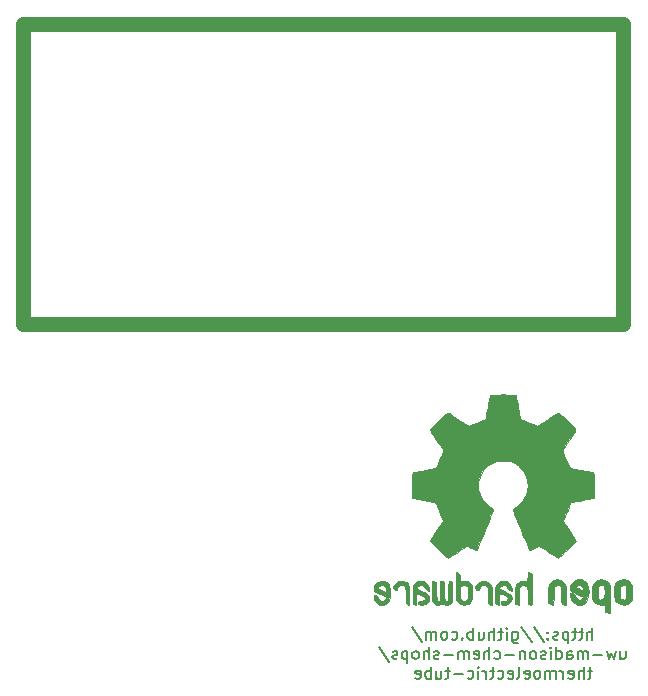
<source format=gbr>
From b5ea12bc78a52d32fb5c59e9b7ffdab06e773676 Mon Sep 17 00:00:00 2001
From: Blaise Thompson <blaise@untzag.com>
Date: Tue, 27 Jul 2021 16:55:04 -0500
Subject: revB

---
 PCB/gerber/thermoelectric-tube-B_SilkS.gbr | 2894 ++++++++++++++++++++++++++++
 1 file changed, 2894 insertions(+)
 create mode 100644 PCB/gerber/thermoelectric-tube-B_SilkS.gbr

(limited to 'PCB/gerber/thermoelectric-tube-B_SilkS.gbr')

diff --git a/PCB/gerber/thermoelectric-tube-B_SilkS.gbr b/PCB/gerber/thermoelectric-tube-B_SilkS.gbr
new file mode 100644
index 0000000..f94baa1
--- /dev/null
+++ b/PCB/gerber/thermoelectric-tube-B_SilkS.gbr
@@ -0,0 +1,2894 @@
+G04 #@! TF.GenerationSoftware,KiCad,Pcbnew,5.1.8+dfsg1-1+b1*
+G04 #@! TF.CreationDate,2021-07-27T16:42:41-05:00*
+G04 #@! TF.ProjectId,thermoelectric-tube,74686572-6d6f-4656-9c65-63747269632d,B*
+G04 #@! TF.SameCoordinates,Original*
+G04 #@! TF.FileFunction,Legend,Bot*
+G04 #@! TF.FilePolarity,Positive*
+%FSLAX46Y46*%
+G04 Gerber Fmt 4.6, Leading zero omitted, Abs format (unit mm)*
+G04 Created by KiCad (PCBNEW 5.1.8+dfsg1-1+b1) date 2021-07-27 16:42:41*
+%MOMM*%
+%LPD*%
+G01*
+G04 APERTURE LIST*
+%ADD10C,0.150000*%
+%ADD11C,1.270000*%
+%ADD12C,0.010000*%
+G04 APERTURE END LIST*
+D10*
+X137111428Y-128342380D02*
+X137111428Y-127342380D01*
+X136682857Y-128342380D02*
+X136682857Y-127818571D01*
+X136730476Y-127723333D01*
+X136825714Y-127675714D01*
+X136968571Y-127675714D01*
+X137063809Y-127723333D01*
+X137111428Y-127770952D01*
+X136349523Y-127675714D02*
+X135968571Y-127675714D01*
+X136206666Y-127342380D02*
+X136206666Y-128199523D01*
+X136159047Y-128294761D01*
+X136063809Y-128342380D01*
+X135968571Y-128342380D01*
+X135778095Y-127675714D02*
+X135397142Y-127675714D01*
+X135635238Y-127342380D02*
+X135635238Y-128199523D01*
+X135587619Y-128294761D01*
+X135492380Y-128342380D01*
+X135397142Y-128342380D01*
+X135063809Y-127675714D02*
+X135063809Y-128675714D01*
+X135063809Y-127723333D02*
+X134968571Y-127675714D01*
+X134778095Y-127675714D01*
+X134682857Y-127723333D01*
+X134635238Y-127770952D01*
+X134587619Y-127866190D01*
+X134587619Y-128151904D01*
+X134635238Y-128247142D01*
+X134682857Y-128294761D01*
+X134778095Y-128342380D01*
+X134968571Y-128342380D01*
+X135063809Y-128294761D01*
+X134206666Y-128294761D02*
+X134111428Y-128342380D01*
+X133920952Y-128342380D01*
+X133825714Y-128294761D01*
+X133778095Y-128199523D01*
+X133778095Y-128151904D01*
+X133825714Y-128056666D01*
+X133920952Y-128009047D01*
+X134063809Y-128009047D01*
+X134159047Y-127961428D01*
+X134206666Y-127866190D01*
+X134206666Y-127818571D01*
+X134159047Y-127723333D01*
+X134063809Y-127675714D01*
+X133920952Y-127675714D01*
+X133825714Y-127723333D01*
+X133349523Y-128247142D02*
+X133301904Y-128294761D01*
+X133349523Y-128342380D01*
+X133397142Y-128294761D01*
+X133349523Y-128247142D01*
+X133349523Y-128342380D01*
+X133349523Y-127723333D02*
+X133301904Y-127770952D01*
+X133349523Y-127818571D01*
+X133397142Y-127770952D01*
+X133349523Y-127723333D01*
+X133349523Y-127818571D01*
+X132159047Y-127294761D02*
+X133016190Y-128580476D01*
+X131111428Y-127294761D02*
+X131968571Y-128580476D01*
+X130349523Y-127675714D02*
+X130349523Y-128485238D01*
+X130397142Y-128580476D01*
+X130444761Y-128628095D01*
+X130540000Y-128675714D01*
+X130682857Y-128675714D01*
+X130778095Y-128628095D01*
+X130349523Y-128294761D02*
+X130444761Y-128342380D01*
+X130635238Y-128342380D01*
+X130730476Y-128294761D01*
+X130778095Y-128247142D01*
+X130825714Y-128151904D01*
+X130825714Y-127866190D01*
+X130778095Y-127770952D01*
+X130730476Y-127723333D01*
+X130635238Y-127675714D01*
+X130444761Y-127675714D01*
+X130349523Y-127723333D01*
+X129873333Y-128342380D02*
+X129873333Y-127675714D01*
+X129873333Y-127342380D02*
+X129920952Y-127390000D01*
+X129873333Y-127437619D01*
+X129825714Y-127390000D01*
+X129873333Y-127342380D01*
+X129873333Y-127437619D01*
+X129540000Y-127675714D02*
+X129159047Y-127675714D01*
+X129397142Y-127342380D02*
+X129397142Y-128199523D01*
+X129349523Y-128294761D01*
+X129254285Y-128342380D01*
+X129159047Y-128342380D01*
+X128825714Y-128342380D02*
+X128825714Y-127342380D01*
+X128397142Y-128342380D02*
+X128397142Y-127818571D01*
+X128444761Y-127723333D01*
+X128540000Y-127675714D01*
+X128682857Y-127675714D01*
+X128778095Y-127723333D01*
+X128825714Y-127770952D01*
+X127492380Y-127675714D02*
+X127492380Y-128342380D01*
+X127920952Y-127675714D02*
+X127920952Y-128199523D01*
+X127873333Y-128294761D01*
+X127778095Y-128342380D01*
+X127635238Y-128342380D01*
+X127540000Y-128294761D01*
+X127492380Y-128247142D01*
+X127016190Y-128342380D02*
+X127016190Y-127342380D01*
+X127016190Y-127723333D02*
+X126920952Y-127675714D01*
+X126730476Y-127675714D01*
+X126635238Y-127723333D01*
+X126587619Y-127770952D01*
+X126540000Y-127866190D01*
+X126540000Y-128151904D01*
+X126587619Y-128247142D01*
+X126635238Y-128294761D01*
+X126730476Y-128342380D01*
+X126920952Y-128342380D01*
+X127016190Y-128294761D01*
+X126111428Y-128247142D02*
+X126063809Y-128294761D01*
+X126111428Y-128342380D01*
+X126159047Y-128294761D01*
+X126111428Y-128247142D01*
+X126111428Y-128342380D01*
+X125206666Y-128294761D02*
+X125301904Y-128342380D01*
+X125492380Y-128342380D01*
+X125587619Y-128294761D01*
+X125635238Y-128247142D01*
+X125682857Y-128151904D01*
+X125682857Y-127866190D01*
+X125635238Y-127770952D01*
+X125587619Y-127723333D01*
+X125492380Y-127675714D01*
+X125301904Y-127675714D01*
+X125206666Y-127723333D01*
+X124635238Y-128342380D02*
+X124730476Y-128294761D01*
+X124778095Y-128247142D01*
+X124825714Y-128151904D01*
+X124825714Y-127866190D01*
+X124778095Y-127770952D01*
+X124730476Y-127723333D01*
+X124635238Y-127675714D01*
+X124492380Y-127675714D01*
+X124397142Y-127723333D01*
+X124349523Y-127770952D01*
+X124301904Y-127866190D01*
+X124301904Y-128151904D01*
+X124349523Y-128247142D01*
+X124397142Y-128294761D01*
+X124492380Y-128342380D01*
+X124635238Y-128342380D01*
+X123873333Y-128342380D02*
+X123873333Y-127675714D01*
+X123873333Y-127770952D02*
+X123825714Y-127723333D01*
+X123730476Y-127675714D01*
+X123587619Y-127675714D01*
+X123492380Y-127723333D01*
+X123444761Y-127818571D01*
+X123444761Y-128342380D01*
+X123444761Y-127818571D02*
+X123397142Y-127723333D01*
+X123301904Y-127675714D01*
+X123159047Y-127675714D01*
+X123063809Y-127723333D01*
+X123016190Y-127818571D01*
+X123016190Y-128342380D01*
+X121825714Y-127294761D02*
+X122682857Y-128580476D01*
+X139492380Y-129325714D02*
+X139492380Y-129992380D01*
+X139920952Y-129325714D02*
+X139920952Y-129849523D01*
+X139873333Y-129944761D01*
+X139778095Y-129992380D01*
+X139635238Y-129992380D01*
+X139540000Y-129944761D01*
+X139492380Y-129897142D01*
+X139111428Y-129325714D02*
+X138920952Y-129992380D01*
+X138730476Y-129516190D01*
+X138540000Y-129992380D01*
+X138349523Y-129325714D01*
+X137968571Y-129611428D02*
+X137206666Y-129611428D01*
+X136730476Y-129992380D02*
+X136730476Y-129325714D01*
+X136730476Y-129420952D02*
+X136682857Y-129373333D01*
+X136587619Y-129325714D01*
+X136444761Y-129325714D01*
+X136349523Y-129373333D01*
+X136301904Y-129468571D01*
+X136301904Y-129992380D01*
+X136301904Y-129468571D02*
+X136254285Y-129373333D01*
+X136159047Y-129325714D01*
+X136016190Y-129325714D01*
+X135920952Y-129373333D01*
+X135873333Y-129468571D01*
+X135873333Y-129992380D01*
+X134968571Y-129992380D02*
+X134968571Y-129468571D01*
+X135016190Y-129373333D01*
+X135111428Y-129325714D01*
+X135301904Y-129325714D01*
+X135397142Y-129373333D01*
+X134968571Y-129944761D02*
+X135063809Y-129992380D01*
+X135301904Y-129992380D01*
+X135397142Y-129944761D01*
+X135444761Y-129849523D01*
+X135444761Y-129754285D01*
+X135397142Y-129659047D01*
+X135301904Y-129611428D01*
+X135063809Y-129611428D01*
+X134968571Y-129563809D01*
+X134063809Y-129992380D02*
+X134063809Y-128992380D01*
+X134063809Y-129944761D02*
+X134159047Y-129992380D01*
+X134349523Y-129992380D01*
+X134444761Y-129944761D01*
+X134492380Y-129897142D01*
+X134540000Y-129801904D01*
+X134540000Y-129516190D01*
+X134492380Y-129420952D01*
+X134444761Y-129373333D01*
+X134349523Y-129325714D01*
+X134159047Y-129325714D01*
+X134063809Y-129373333D01*
+X133587619Y-129992380D02*
+X133587619Y-129325714D01*
+X133587619Y-128992380D02*
+X133635238Y-129040000D01*
+X133587619Y-129087619D01*
+X133540000Y-129040000D01*
+X133587619Y-128992380D01*
+X133587619Y-129087619D01*
+X133159047Y-129944761D02*
+X133063809Y-129992380D01*
+X132873333Y-129992380D01*
+X132778095Y-129944761D01*
+X132730476Y-129849523D01*
+X132730476Y-129801904D01*
+X132778095Y-129706666D01*
+X132873333Y-129659047D01*
+X133016190Y-129659047D01*
+X133111428Y-129611428D01*
+X133159047Y-129516190D01*
+X133159047Y-129468571D01*
+X133111428Y-129373333D01*
+X133016190Y-129325714D01*
+X132873333Y-129325714D01*
+X132778095Y-129373333D01*
+X132159047Y-129992380D02*
+X132254285Y-129944761D01*
+X132301904Y-129897142D01*
+X132349523Y-129801904D01*
+X132349523Y-129516190D01*
+X132301904Y-129420952D01*
+X132254285Y-129373333D01*
+X132159047Y-129325714D01*
+X132016190Y-129325714D01*
+X131920952Y-129373333D01*
+X131873333Y-129420952D01*
+X131825714Y-129516190D01*
+X131825714Y-129801904D01*
+X131873333Y-129897142D01*
+X131920952Y-129944761D01*
+X132016190Y-129992380D01*
+X132159047Y-129992380D01*
+X131397142Y-129325714D02*
+X131397142Y-129992380D01*
+X131397142Y-129420952D02*
+X131349523Y-129373333D01*
+X131254285Y-129325714D01*
+X131111428Y-129325714D01*
+X131016190Y-129373333D01*
+X130968571Y-129468571D01*
+X130968571Y-129992380D01*
+X130492380Y-129611428D02*
+X129730476Y-129611428D01*
+X128825714Y-129944761D02*
+X128920952Y-129992380D01*
+X129111428Y-129992380D01*
+X129206666Y-129944761D01*
+X129254285Y-129897142D01*
+X129301904Y-129801904D01*
+X129301904Y-129516190D01*
+X129254285Y-129420952D01*
+X129206666Y-129373333D01*
+X129111428Y-129325714D01*
+X128920952Y-129325714D01*
+X128825714Y-129373333D01*
+X128397142Y-129992380D02*
+X128397142Y-128992380D01*
+X127968571Y-129992380D02*
+X127968571Y-129468571D01*
+X128016190Y-129373333D01*
+X128111428Y-129325714D01*
+X128254285Y-129325714D01*
+X128349523Y-129373333D01*
+X128397142Y-129420952D01*
+X127111428Y-129944761D02*
+X127206666Y-129992380D01*
+X127397142Y-129992380D01*
+X127492380Y-129944761D01*
+X127540000Y-129849523D01*
+X127540000Y-129468571D01*
+X127492380Y-129373333D01*
+X127397142Y-129325714D01*
+X127206666Y-129325714D01*
+X127111428Y-129373333D01*
+X127063809Y-129468571D01*
+X127063809Y-129563809D01*
+X127540000Y-129659047D01*
+X126635238Y-129992380D02*
+X126635238Y-129325714D01*
+X126635238Y-129420952D02*
+X126587619Y-129373333D01*
+X126492380Y-129325714D01*
+X126349523Y-129325714D01*
+X126254285Y-129373333D01*
+X126206666Y-129468571D01*
+X126206666Y-129992380D01*
+X126206666Y-129468571D02*
+X126159047Y-129373333D01*
+X126063809Y-129325714D01*
+X125920952Y-129325714D01*
+X125825714Y-129373333D01*
+X125778095Y-129468571D01*
+X125778095Y-129992380D01*
+X125301904Y-129611428D02*
+X124540000Y-129611428D01*
+X124111428Y-129944761D02*
+X124016190Y-129992380D01*
+X123825714Y-129992380D01*
+X123730476Y-129944761D01*
+X123682857Y-129849523D01*
+X123682857Y-129801904D01*
+X123730476Y-129706666D01*
+X123825714Y-129659047D01*
+X123968571Y-129659047D01*
+X124063809Y-129611428D01*
+X124111428Y-129516190D01*
+X124111428Y-129468571D01*
+X124063809Y-129373333D01*
+X123968571Y-129325714D01*
+X123825714Y-129325714D01*
+X123730476Y-129373333D01*
+X123254285Y-129992380D02*
+X123254285Y-128992380D01*
+X122825714Y-129992380D02*
+X122825714Y-129468571D01*
+X122873333Y-129373333D01*
+X122968571Y-129325714D01*
+X123111428Y-129325714D01*
+X123206666Y-129373333D01*
+X123254285Y-129420952D01*
+X122206666Y-129992380D02*
+X122301904Y-129944761D01*
+X122349523Y-129897142D01*
+X122397142Y-129801904D01*
+X122397142Y-129516190D01*
+X122349523Y-129420952D01*
+X122301904Y-129373333D01*
+X122206666Y-129325714D01*
+X122063809Y-129325714D01*
+X121968571Y-129373333D01*
+X121920952Y-129420952D01*
+X121873333Y-129516190D01*
+X121873333Y-129801904D01*
+X121920952Y-129897142D01*
+X121968571Y-129944761D01*
+X122063809Y-129992380D01*
+X122206666Y-129992380D01*
+X121444761Y-129325714D02*
+X121444761Y-130325714D01*
+X121444761Y-129373333D02*
+X121349523Y-129325714D01*
+X121159047Y-129325714D01*
+X121063809Y-129373333D01*
+X121016190Y-129420952D01*
+X120968571Y-129516190D01*
+X120968571Y-129801904D01*
+X121016190Y-129897142D01*
+X121063809Y-129944761D01*
+X121159047Y-129992380D01*
+X121349523Y-129992380D01*
+X121444761Y-129944761D01*
+X120587619Y-129944761D02*
+X120492380Y-129992380D01*
+X120301904Y-129992380D01*
+X120206666Y-129944761D01*
+X120159047Y-129849523D01*
+X120159047Y-129801904D01*
+X120206666Y-129706666D01*
+X120301904Y-129659047D01*
+X120444761Y-129659047D01*
+X120540000Y-129611428D01*
+X120587619Y-129516190D01*
+X120587619Y-129468571D01*
+X120540000Y-129373333D01*
+X120444761Y-129325714D01*
+X120301904Y-129325714D01*
+X120206666Y-129373333D01*
+X119016190Y-128944761D02*
+X119873333Y-130230476D01*
+X137087619Y-130975714D02*
+X136706666Y-130975714D01*
+X136944761Y-130642380D02*
+X136944761Y-131499523D01*
+X136897142Y-131594761D01*
+X136801904Y-131642380D01*
+X136706666Y-131642380D01*
+X136373333Y-131642380D02*
+X136373333Y-130642380D01*
+X135944761Y-131642380D02*
+X135944761Y-131118571D01*
+X135992380Y-131023333D01*
+X136087619Y-130975714D01*
+X136230476Y-130975714D01*
+X136325714Y-131023333D01*
+X136373333Y-131070952D01*
+X135087619Y-131594761D02*
+X135182857Y-131642380D01*
+X135373333Y-131642380D01*
+X135468571Y-131594761D01*
+X135516190Y-131499523D01*
+X135516190Y-131118571D01*
+X135468571Y-131023333D01*
+X135373333Y-130975714D01*
+X135182857Y-130975714D01*
+X135087619Y-131023333D01*
+X135040000Y-131118571D01*
+X135040000Y-131213809D01*
+X135516190Y-131309047D01*
+X134611428Y-131642380D02*
+X134611428Y-130975714D01*
+X134611428Y-131166190D02*
+X134563809Y-131070952D01*
+X134516190Y-131023333D01*
+X134420952Y-130975714D01*
+X134325714Y-130975714D01*
+X133992380Y-131642380D02*
+X133992380Y-130975714D01*
+X133992380Y-131070952D02*
+X133944761Y-131023333D01*
+X133849523Y-130975714D01*
+X133706666Y-130975714D01*
+X133611428Y-131023333D01*
+X133563809Y-131118571D01*
+X133563809Y-131642380D01*
+X133563809Y-131118571D02*
+X133516190Y-131023333D01*
+X133420952Y-130975714D01*
+X133278095Y-130975714D01*
+X133182857Y-131023333D01*
+X133135238Y-131118571D01*
+X133135238Y-131642380D01*
+X132516190Y-131642380D02*
+X132611428Y-131594761D01*
+X132659047Y-131547142D01*
+X132706666Y-131451904D01*
+X132706666Y-131166190D01*
+X132659047Y-131070952D01*
+X132611428Y-131023333D01*
+X132516190Y-130975714D01*
+X132373333Y-130975714D01*
+X132278095Y-131023333D01*
+X132230476Y-131070952D01*
+X132182857Y-131166190D01*
+X132182857Y-131451904D01*
+X132230476Y-131547142D01*
+X132278095Y-131594761D01*
+X132373333Y-131642380D01*
+X132516190Y-131642380D01*
+X131373333Y-131594761D02*
+X131468571Y-131642380D01*
+X131659047Y-131642380D01*
+X131754285Y-131594761D01*
+X131801904Y-131499523D01*
+X131801904Y-131118571D01*
+X131754285Y-131023333D01*
+X131659047Y-130975714D01*
+X131468571Y-130975714D01*
+X131373333Y-131023333D01*
+X131325714Y-131118571D01*
+X131325714Y-131213809D01*
+X131801904Y-131309047D01*
+X130754285Y-131642380D02*
+X130849523Y-131594761D01*
+X130897142Y-131499523D01*
+X130897142Y-130642380D01*
+X129992380Y-131594761D02*
+X130087619Y-131642380D01*
+X130278095Y-131642380D01*
+X130373333Y-131594761D01*
+X130420952Y-131499523D01*
+X130420952Y-131118571D01*
+X130373333Y-131023333D01*
+X130278095Y-130975714D01*
+X130087619Y-130975714D01*
+X129992380Y-131023333D01*
+X129944761Y-131118571D01*
+X129944761Y-131213809D01*
+X130420952Y-131309047D01*
+X129087619Y-131594761D02*
+X129182857Y-131642380D01*
+X129373333Y-131642380D01*
+X129468571Y-131594761D01*
+X129516190Y-131547142D01*
+X129563809Y-131451904D01*
+X129563809Y-131166190D01*
+X129516190Y-131070952D01*
+X129468571Y-131023333D01*
+X129373333Y-130975714D01*
+X129182857Y-130975714D01*
+X129087619Y-131023333D01*
+X128801904Y-130975714D02*
+X128420952Y-130975714D01*
+X128659047Y-130642380D02*
+X128659047Y-131499523D01*
+X128611428Y-131594761D01*
+X128516190Y-131642380D01*
+X128420952Y-131642380D01*
+X128087619Y-131642380D02*
+X128087619Y-130975714D01*
+X128087619Y-131166190D02*
+X128040000Y-131070952D01*
+X127992380Y-131023333D01*
+X127897142Y-130975714D01*
+X127801904Y-130975714D01*
+X127468571Y-131642380D02*
+X127468571Y-130975714D01*
+X127468571Y-130642380D02*
+X127516190Y-130690000D01*
+X127468571Y-130737619D01*
+X127420952Y-130690000D01*
+X127468571Y-130642380D01*
+X127468571Y-130737619D01*
+X126563809Y-131594761D02*
+X126659047Y-131642380D01*
+X126849523Y-131642380D01*
+X126944761Y-131594761D01*
+X126992380Y-131547142D01*
+X127040000Y-131451904D01*
+X127040000Y-131166190D01*
+X126992380Y-131070952D01*
+X126944761Y-131023333D01*
+X126849523Y-130975714D01*
+X126659047Y-130975714D01*
+X126563809Y-131023333D01*
+X126135238Y-131261428D02*
+X125373333Y-131261428D01*
+X125040000Y-130975714D02*
+X124659047Y-130975714D01*
+X124897142Y-130642380D02*
+X124897142Y-131499523D01*
+X124849523Y-131594761D01*
+X124754285Y-131642380D01*
+X124659047Y-131642380D01*
+X123897142Y-130975714D02*
+X123897142Y-131642380D01*
+X124325714Y-130975714D02*
+X124325714Y-131499523D01*
+X124278095Y-131594761D01*
+X124182857Y-131642380D01*
+X124040000Y-131642380D01*
+X123944761Y-131594761D01*
+X123897142Y-131547142D01*
+X123420952Y-131642380D02*
+X123420952Y-130642380D01*
+X123420952Y-131023333D02*
+X123325714Y-130975714D01*
+X123135238Y-130975714D01*
+X123040000Y-131023333D01*
+X122992380Y-131070952D01*
+X122944761Y-131166190D01*
+X122944761Y-131451904D01*
+X122992380Y-131547142D01*
+X123040000Y-131594761D01*
+X123135238Y-131642380D01*
+X123325714Y-131642380D01*
+X123420952Y-131594761D01*
+X122135238Y-131594761D02*
+X122230476Y-131642380D01*
+X122420952Y-131642380D01*
+X122516190Y-131594761D01*
+X122563809Y-131499523D01*
+X122563809Y-131118571D01*
+X122516190Y-131023333D01*
+X122420952Y-130975714D01*
+X122230476Y-130975714D01*
+X122135238Y-131023333D01*
+X122087619Y-131118571D01*
+X122087619Y-131213809D01*
+X122563809Y-131309047D01*
+D11*
+X139700000Y-76200000D02*
+X88900000Y-76200000D01*
+X139700000Y-76200000D02*
+X139700000Y-101600000D01*
+X88900000Y-76200000D02*
+X88900000Y-101600000D01*
+X88900000Y-101600000D02*
+X139700000Y-101600000D01*
+D12*
+G36*
+X129191643Y-107594997D02*
+G01*
+X128928323Y-107596439D01*
+X128737754Y-107600342D01*
+X128607655Y-107607937D01*
+X128525743Y-107620450D01*
+X128479734Y-107639111D01*
+X128457347Y-107665148D01*
+X128446298Y-107699788D01*
+X128445224Y-107704272D01*
+X128428441Y-107785189D01*
+X128397375Y-107944842D01*
+X128355258Y-108166238D01*
+X128305321Y-108432385D01*
+X128250797Y-108726290D01*
+X128248893Y-108736612D01*
+X128194277Y-109024636D01*
+X128143178Y-109279115D01*
+X128098894Y-109484785D01*
+X128064721Y-109626385D01*
+X128043957Y-109688650D01*
+X128042967Y-109689753D01*
+X127981801Y-109720159D01*
+X127855690Y-109770828D01*
+X127691869Y-109830822D01*
+X127690957Y-109831142D01*
+X127484612Y-109908704D01*
+X127241340Y-110007507D01*
+X127012031Y-110106848D01*
+X127001178Y-110111760D01*
+X126627683Y-110281276D01*
+X125800635Y-109716495D01*
+X125546923Y-109544320D01*
+X125317098Y-109390395D01*
+X125124475Y-109263474D01*
+X124982368Y-109172309D01*
+X124904093Y-109125655D01*
+X124896660Y-109122195D01*
+X124839776Y-109137600D01*
+X124733531Y-109211927D01*
+X124573781Y-109348681D01*
+X124356384Y-109551368D01*
+X124134452Y-109767008D01*
+X123920509Y-109979503D01*
+X123729031Y-110173410D01*
+X123571545Y-110336754D01*
+X123459578Y-110457561D01*
+X123404657Y-110523855D01*
+X123402614Y-110527268D01*
+X123396542Y-110572761D01*
+X123419416Y-110647056D01*
+X123476885Y-110760186D01*
+X123574601Y-110922185D01*
+X123718216Y-111143086D01*
+X123909667Y-111427460D01*
+X124079577Y-111677759D01*
+X124231462Y-111902250D01*
+X124356545Y-112087900D01*
+X124446051Y-112221675D01*
+X124491200Y-112290542D01*
+X124494042Y-112295218D01*
+X124488530Y-112361201D01*
+X124446745Y-112489448D01*
+X124377003Y-112655720D01*
+X124352146Y-112708819D01*
+X124243689Y-112945377D01*
+X124127980Y-113213789D01*
+X124033985Y-113446035D01*
+X123966255Y-113618407D01*
+X123912457Y-113749403D01*
+X123881369Y-113817867D01*
+X123877504Y-113823142D01*
+X123820329Y-113831880D01*
+X123685552Y-113855823D01*
+X123491094Y-113891562D01*
+X123254875Y-113935689D01*
+X122994816Y-113984795D01*
+X122728837Y-114035472D01*
+X122474857Y-114084313D01*
+X122250799Y-114127909D01*
+X122074580Y-114162851D01*
+X121964123Y-114185732D01*
+X121937030Y-114192201D01*
+X121909044Y-114208167D01*
+X121887919Y-114244227D01*
+X121872703Y-114312552D01*
+X121862447Y-114425315D01*
+X121856200Y-114594686D01*
+X121853012Y-114832838D01*
+X121851933Y-115151942D01*
+X121851877Y-115282741D01*
+X121851877Y-116346511D01*
+X122107337Y-116396933D01*
+X122249463Y-116424273D01*
+X122461550Y-116464182D01*
+X122717807Y-116511845D01*
+X122992442Y-116562446D01*
+X123068352Y-116576344D01*
+X123321779Y-116625617D01*
+X123542553Y-116674070D01*
+X123712143Y-116717215D01*
+X123812020Y-116750563D01*
+X123828657Y-116760502D01*
+X123869511Y-116830891D01*
+X123928087Y-116967283D01*
+X123993045Y-117142805D01*
+X124005929Y-117180613D01*
+X124091066Y-117415030D01*
+X124196744Y-117679524D01*
+X124300160Y-117917041D01*
+X124300670Y-117918144D01*
+X124472888Y-118290733D01*
+X123906476Y-119123893D01*
+X123340065Y-119957053D01*
+X124067298Y-120685500D01*
+X124287252Y-120902302D01*
+X124487868Y-121093414D01*
+X124657878Y-121248636D01*
+X124786015Y-121357764D01*
+X124861011Y-121410595D01*
+X124871769Y-121413947D01*
+X124934933Y-121387549D01*
+X125063820Y-121314160D01*
+X125244351Y-121202484D01*
+X125462446Y-121061224D01*
+X125698246Y-120903027D01*
+X125937564Y-120741664D01*
+X126150941Y-120601252D01*
+X126324825Y-120490431D01*
+X126445666Y-120417838D01*
+X126499737Y-120392108D01*
+X126565706Y-120413880D01*
+X126690802Y-120471251D01*
+X126849220Y-120552300D01*
+X126866013Y-120561309D01*
+X127079348Y-120668300D01*
+X127225636Y-120720772D01*
+X127316620Y-120721330D01*
+X127364041Y-120672580D01*
+X127364317Y-120671897D01*
+X127388020Y-120614164D01*
+X127444551Y-120477115D01*
+X127529526Y-120271357D01*
+X127638562Y-120007498D01*
+X127767276Y-119696144D01*
+X127911285Y-119347904D01*
+X128050749Y-119010744D01*
+X128204020Y-118638666D01*
+X128344749Y-118293987D01*
+X128468718Y-117987271D01*
+X128571709Y-117729085D01*
+X128649504Y-117529994D01*
+X128697886Y-117400565D01*
+X128712796Y-117352261D01*
+X128675406Y-117296850D01*
+X128577602Y-117208538D01*
+X128447185Y-117111174D01*
+X128075777Y-116803253D01*
+X127785470Y-116450304D01*
+X127579744Y-116059761D01*
+X127462077Y-115639057D01*
+X127435949Y-115195629D01*
+X127454940Y-114990958D01*
+X127558417Y-114566323D01*
+X127736627Y-114191336D01*
+X127978518Y-113869696D01*
+X128273037Y-113605101D01*
+X128609129Y-113401250D01*
+X128975742Y-113261842D01*
+X129361823Y-113190574D01*
+X129756319Y-113191145D01*
+X130148175Y-113267254D01*
+X130526340Y-113422599D01*
+X130879760Y-113660879D01*
+X131027273Y-113795639D01*
+X131310184Y-114141679D01*
+X131507168Y-114519826D01*
+X131619536Y-114919055D01*
+X131648599Y-115328345D01*
+X131595669Y-115736672D01*
+X131462057Y-116133013D01*
+X131249075Y-116506345D01*
+X130958034Y-116845645D01*
+X130632814Y-117111174D01*
+X130497348Y-117212671D01*
+X130401651Y-117300025D01*
+X130367203Y-117352343D01*
+X130385240Y-117409398D01*
+X130436538Y-117545698D01*
+X130516876Y-117750678D01*
+X130622036Y-118013772D01*
+X130747796Y-118324416D01*
+X130889937Y-118672043D01*
+X131029635Y-119010826D01*
+X131183759Y-119383222D01*
+X131326518Y-119728307D01*
+X131453529Y-120035477D01*
+X131560411Y-120294125D01*
+X131642780Y-120493647D01*
+X131696253Y-120623435D01*
+X131716067Y-120671897D01*
+X131762876Y-120721129D01*
+X131853417Y-120720985D01*
+X131999342Y-120668877D01*
+X132212302Y-120562216D01*
+X132213986Y-120561309D01*
+X132374330Y-120478536D01*
+X132503948Y-120418242D01*
+X132577037Y-120392346D01*
+X132580263Y-120392108D01*
+X132635284Y-120418374D01*
+X132756757Y-120491416D01*
+X132931129Y-120602595D01*
+X133144850Y-120743273D01*
+X133381753Y-120903027D01*
+X133622945Y-121064779D01*
+X133840326Y-121205450D01*
+X134019816Y-121316335D01*
+X134147336Y-121388730D01*
+X134208230Y-121413947D01*
+X134264303Y-121380803D01*
+X134377040Y-121288173D01*
+X134535177Y-121146257D01*
+X134727449Y-120965255D01*
+X134942591Y-120755369D01*
+X135012952Y-120685249D01*
+X135740434Y-119956552D01*
+X135186705Y-119143900D01*
+X135018423Y-118894342D01*
+X134870729Y-118670366D01*
+X134751910Y-118484949D01*
+X134670250Y-118351065D01*
+X134634036Y-118281690D01*
+X134632975Y-118276755D01*
+X134652067Y-118211364D01*
+X134703418Y-118079825D01*
+X134778140Y-117904181D01*
+X134830588Y-117786591D01*
+X134928654Y-117561461D01*
+X135021007Y-117334015D01*
+X135092606Y-117141839D01*
+X135112056Y-117083295D01*
+X135167314Y-116926956D01*
+X135221331Y-116806158D01*
+X135251001Y-116760502D01*
+X135316476Y-116732561D01*
+X135459376Y-116692951D01*
+X135661161Y-116646162D01*
+X135903288Y-116596683D01*
+X136011647Y-116576344D01*
+X136286811Y-116525781D01*
+X136550746Y-116476822D01*
+X136777659Y-116434281D01*
+X136941761Y-116402975D01*
+X136972662Y-116396933D01*
+X137228122Y-116346511D01*
+X137228122Y-115282741D01*
+X137227548Y-114932950D01*
+X137225193Y-114668300D01*
+X137220107Y-114476622D01*
+X137211339Y-114345744D01*
+X137197938Y-114263493D01*
+X137178954Y-114217698D01*
+X137153438Y-114196188D01*
+X137142969Y-114192201D01*
+X137079826Y-114178056D01*
+X136940325Y-114149834D01*
+X136742389Y-114110943D01*
+X136503935Y-114064792D01*
+X136242886Y-114014788D01*
+X135977161Y-113964341D01*
+X135724681Y-113916858D01*
+X135503365Y-113875748D01*
+X135331134Y-113844419D01*
+X135225908Y-113826278D01*
+X135202495Y-113823142D01*
+X135181284Y-113781173D01*
+X135134332Y-113669370D01*
+X135070419Y-113508888D01*
+X135046014Y-113446035D01*
+X134947580Y-113203203D01*
+X134831666Y-112934918D01*
+X134727853Y-112708819D01*
+X134651465Y-112535935D01*
+X134600644Y-112393877D01*
+X134583679Y-112306878D01*
+X134586384Y-112295218D01*
+X134622239Y-112240170D01*
+X134704108Y-112117739D01*
+X134823205Y-111940962D01*
+X134970742Y-111722877D01*
+X135137931Y-111476520D01*
+X135170990Y-111427891D01*
+X135364980Y-111139773D01*
+X135507579Y-110920377D01*
+X135604473Y-110759602D01*
+X135661346Y-110647346D01*
+X135683884Y-110573510D01*
+X135677772Y-110527990D01*
+X135677616Y-110527700D01*
+X135629511Y-110467910D01*
+X135523111Y-110352319D01*
+X135369948Y-110192909D01*
+X135181555Y-110001665D01*
+X134969465Y-109790568D01*
+X134945547Y-109767008D01*
+X134678262Y-109508172D01*
+X134471992Y-109318117D01*
+X134322592Y-109193337D01*
+X134225920Y-109130327D01*
+X134183339Y-109122195D01*
+X134121196Y-109157672D01*
+X133992237Y-109239623D01*
+X133809778Y-109359292D01*
+X133587133Y-109507926D01*
+X133337616Y-109676772D01*
+X133279364Y-109716495D01*
+X132452316Y-110281276D01*
+X132078821Y-110111760D01*
+X131851684Y-110012971D01*
+X131607872Y-109913617D01*
+X131398275Y-109834401D01*
+X131389042Y-109831142D01*
+X131225095Y-109771129D01*
+X131098715Y-109720382D01*
+X131037137Y-109689841D01*
+X131037032Y-109689753D01*
+X131017493Y-109634548D01*
+X130984279Y-109498779D01*
+X130940687Y-109297709D01*
+X130890016Y-109046599D01*
+X130835561Y-108760713D01*
+X130831106Y-108736612D01*
+X130776482Y-108442059D01*
+X130726336Y-108174684D01*
+X130683898Y-107951480D01*
+X130652402Y-107789439D01*
+X130635077Y-107705553D01*
+X130634775Y-107704272D01*
+X130624232Y-107668588D01*
+X130603731Y-107641646D01*
+X130560989Y-107622218D01*
+X130483724Y-107609075D01*
+X130359652Y-107600989D01*
+X130176491Y-107596732D01*
+X129921958Y-107595075D01*
+X129583769Y-107594790D01*
+X129540000Y-107594790D01*
+X129191643Y-107594997D01*
+G37*
+X129191643Y-107594997D02*
+X128928323Y-107596439D01*
+X128737754Y-107600342D01*
+X128607655Y-107607937D01*
+X128525743Y-107620450D01*
+X128479734Y-107639111D01*
+X128457347Y-107665148D01*
+X128446298Y-107699788D01*
+X128445224Y-107704272D01*
+X128428441Y-107785189D01*
+X128397375Y-107944842D01*
+X128355258Y-108166238D01*
+X128305321Y-108432385D01*
+X128250797Y-108726290D01*
+X128248893Y-108736612D01*
+X128194277Y-109024636D01*
+X128143178Y-109279115D01*
+X128098894Y-109484785D01*
+X128064721Y-109626385D01*
+X128043957Y-109688650D01*
+X128042967Y-109689753D01*
+X127981801Y-109720159D01*
+X127855690Y-109770828D01*
+X127691869Y-109830822D01*
+X127690957Y-109831142D01*
+X127484612Y-109908704D01*
+X127241340Y-110007507D01*
+X127012031Y-110106848D01*
+X127001178Y-110111760D01*
+X126627683Y-110281276D01*
+X125800635Y-109716495D01*
+X125546923Y-109544320D01*
+X125317098Y-109390395D01*
+X125124475Y-109263474D01*
+X124982368Y-109172309D01*
+X124904093Y-109125655D01*
+X124896660Y-109122195D01*
+X124839776Y-109137600D01*
+X124733531Y-109211927D01*
+X124573781Y-109348681D01*
+X124356384Y-109551368D01*
+X124134452Y-109767008D01*
+X123920509Y-109979503D01*
+X123729031Y-110173410D01*
+X123571545Y-110336754D01*
+X123459578Y-110457561D01*
+X123404657Y-110523855D01*
+X123402614Y-110527268D01*
+X123396542Y-110572761D01*
+X123419416Y-110647056D01*
+X123476885Y-110760186D01*
+X123574601Y-110922185D01*
+X123718216Y-111143086D01*
+X123909667Y-111427460D01*
+X124079577Y-111677759D01*
+X124231462Y-111902250D01*
+X124356545Y-112087900D01*
+X124446051Y-112221675D01*
+X124491200Y-112290542D01*
+X124494042Y-112295218D01*
+X124488530Y-112361201D01*
+X124446745Y-112489448D01*
+X124377003Y-112655720D01*
+X124352146Y-112708819D01*
+X124243689Y-112945377D01*
+X124127980Y-113213789D01*
+X124033985Y-113446035D01*
+X123966255Y-113618407D01*
+X123912457Y-113749403D01*
+X123881369Y-113817867D01*
+X123877504Y-113823142D01*
+X123820329Y-113831880D01*
+X123685552Y-113855823D01*
+X123491094Y-113891562D01*
+X123254875Y-113935689D01*
+X122994816Y-113984795D01*
+X122728837Y-114035472D01*
+X122474857Y-114084313D01*
+X122250799Y-114127909D01*
+X122074580Y-114162851D01*
+X121964123Y-114185732D01*
+X121937030Y-114192201D01*
+X121909044Y-114208167D01*
+X121887919Y-114244227D01*
+X121872703Y-114312552D01*
+X121862447Y-114425315D01*
+X121856200Y-114594686D01*
+X121853012Y-114832838D01*
+X121851933Y-115151942D01*
+X121851877Y-115282741D01*
+X121851877Y-116346511D01*
+X122107337Y-116396933D01*
+X122249463Y-116424273D01*
+X122461550Y-116464182D01*
+X122717807Y-116511845D01*
+X122992442Y-116562446D01*
+X123068352Y-116576344D01*
+X123321779Y-116625617D01*
+X123542553Y-116674070D01*
+X123712143Y-116717215D01*
+X123812020Y-116750563D01*
+X123828657Y-116760502D01*
+X123869511Y-116830891D01*
+X123928087Y-116967283D01*
+X123993045Y-117142805D01*
+X124005929Y-117180613D01*
+X124091066Y-117415030D01*
+X124196744Y-117679524D01*
+X124300160Y-117917041D01*
+X124300670Y-117918144D01*
+X124472888Y-118290733D01*
+X123906476Y-119123893D01*
+X123340065Y-119957053D01*
+X124067298Y-120685500D01*
+X124287252Y-120902302D01*
+X124487868Y-121093414D01*
+X124657878Y-121248636D01*
+X124786015Y-121357764D01*
+X124861011Y-121410595D01*
+X124871769Y-121413947D01*
+X124934933Y-121387549D01*
+X125063820Y-121314160D01*
+X125244351Y-121202484D01*
+X125462446Y-121061224D01*
+X125698246Y-120903027D01*
+X125937564Y-120741664D01*
+X126150941Y-120601252D01*
+X126324825Y-120490431D01*
+X126445666Y-120417838D01*
+X126499737Y-120392108D01*
+X126565706Y-120413880D01*
+X126690802Y-120471251D01*
+X126849220Y-120552300D01*
+X126866013Y-120561309D01*
+X127079348Y-120668300D01*
+X127225636Y-120720772D01*
+X127316620Y-120721330D01*
+X127364041Y-120672580D01*
+X127364317Y-120671897D01*
+X127388020Y-120614164D01*
+X127444551Y-120477115D01*
+X127529526Y-120271357D01*
+X127638562Y-120007498D01*
+X127767276Y-119696144D01*
+X127911285Y-119347904D01*
+X128050749Y-119010744D01*
+X128204020Y-118638666D01*
+X128344749Y-118293987D01*
+X128468718Y-117987271D01*
+X128571709Y-117729085D01*
+X128649504Y-117529994D01*
+X128697886Y-117400565D01*
+X128712796Y-117352261D01*
+X128675406Y-117296850D01*
+X128577602Y-117208538D01*
+X128447185Y-117111174D01*
+X128075777Y-116803253D01*
+X127785470Y-116450304D01*
+X127579744Y-116059761D01*
+X127462077Y-115639057D01*
+X127435949Y-115195629D01*
+X127454940Y-114990958D01*
+X127558417Y-114566323D01*
+X127736627Y-114191336D01*
+X127978518Y-113869696D01*
+X128273037Y-113605101D01*
+X128609129Y-113401250D01*
+X128975742Y-113261842D01*
+X129361823Y-113190574D01*
+X129756319Y-113191145D01*
+X130148175Y-113267254D01*
+X130526340Y-113422599D01*
+X130879760Y-113660879D01*
+X131027273Y-113795639D01*
+X131310184Y-114141679D01*
+X131507168Y-114519826D01*
+X131619536Y-114919055D01*
+X131648599Y-115328345D01*
+X131595669Y-115736672D01*
+X131462057Y-116133013D01*
+X131249075Y-116506345D01*
+X130958034Y-116845645D01*
+X130632814Y-117111174D01*
+X130497348Y-117212671D01*
+X130401651Y-117300025D01*
+X130367203Y-117352343D01*
+X130385240Y-117409398D01*
+X130436538Y-117545698D01*
+X130516876Y-117750678D01*
+X130622036Y-118013772D01*
+X130747796Y-118324416D01*
+X130889937Y-118672043D01*
+X131029635Y-119010826D01*
+X131183759Y-119383222D01*
+X131326518Y-119728307D01*
+X131453529Y-120035477D01*
+X131560411Y-120294125D01*
+X131642780Y-120493647D01*
+X131696253Y-120623435D01*
+X131716067Y-120671897D01*
+X131762876Y-120721129D01*
+X131853417Y-120720985D01*
+X131999342Y-120668877D01*
+X132212302Y-120562216D01*
+X132213986Y-120561309D01*
+X132374330Y-120478536D01*
+X132503948Y-120418242D01*
+X132577037Y-120392346D01*
+X132580263Y-120392108D01*
+X132635284Y-120418374D01*
+X132756757Y-120491416D01*
+X132931129Y-120602595D01*
+X133144850Y-120743273D01*
+X133381753Y-120903027D01*
+X133622945Y-121064779D01*
+X133840326Y-121205450D01*
+X134019816Y-121316335D01*
+X134147336Y-121388730D01*
+X134208230Y-121413947D01*
+X134264303Y-121380803D01*
+X134377040Y-121288173D01*
+X134535177Y-121146257D01*
+X134727449Y-120965255D01*
+X134942591Y-120755369D01*
+X135012952Y-120685249D01*
+X135740434Y-119956552D01*
+X135186705Y-119143900D01*
+X135018423Y-118894342D01*
+X134870729Y-118670366D01*
+X134751910Y-118484949D01*
+X134670250Y-118351065D01*
+X134634036Y-118281690D01*
+X134632975Y-118276755D01*
+X134652067Y-118211364D01*
+X134703418Y-118079825D01*
+X134778140Y-117904181D01*
+X134830588Y-117786591D01*
+X134928654Y-117561461D01*
+X135021007Y-117334015D01*
+X135092606Y-117141839D01*
+X135112056Y-117083295D01*
+X135167314Y-116926956D01*
+X135221331Y-116806158D01*
+X135251001Y-116760502D01*
+X135316476Y-116732561D01*
+X135459376Y-116692951D01*
+X135661161Y-116646162D01*
+X135903288Y-116596683D01*
+X136011647Y-116576344D01*
+X136286811Y-116525781D01*
+X136550746Y-116476822D01*
+X136777659Y-116434281D01*
+X136941761Y-116402975D01*
+X136972662Y-116396933D01*
+X137228122Y-116346511D01*
+X137228122Y-115282741D01*
+X137227548Y-114932950D01*
+X137225193Y-114668300D01*
+X137220107Y-114476622D01*
+X137211339Y-114345744D01*
+X137197938Y-114263493D01*
+X137178954Y-114217698D01*
+X137153438Y-114196188D01*
+X137142969Y-114192201D01*
+X137079826Y-114178056D01*
+X136940325Y-114149834D01*
+X136742389Y-114110943D01*
+X136503935Y-114064792D01*
+X136242886Y-114014788D01*
+X135977161Y-113964341D01*
+X135724681Y-113916858D01*
+X135503365Y-113875748D01*
+X135331134Y-113844419D01*
+X135225908Y-113826278D01*
+X135202495Y-113823142D01*
+X135181284Y-113781173D01*
+X135134332Y-113669370D01*
+X135070419Y-113508888D01*
+X135046014Y-113446035D01*
+X134947580Y-113203203D01*
+X134831666Y-112934918D01*
+X134727853Y-112708819D01*
+X134651465Y-112535935D01*
+X134600644Y-112393877D01*
+X134583679Y-112306878D01*
+X134586384Y-112295218D01*
+X134622239Y-112240170D01*
+X134704108Y-112117739D01*
+X134823205Y-111940962D01*
+X134970742Y-111722877D01*
+X135137931Y-111476520D01*
+X135170990Y-111427891D01*
+X135364980Y-111139773D01*
+X135507579Y-110920377D01*
+X135604473Y-110759602D01*
+X135661346Y-110647346D01*
+X135683884Y-110573510D01*
+X135677772Y-110527990D01*
+X135677616Y-110527700D01*
+X135629511Y-110467910D01*
+X135523111Y-110352319D01*
+X135369948Y-110192909D01*
+X135181555Y-110001665D01*
+X134969465Y-109790568D01*
+X134945547Y-109767008D01*
+X134678262Y-109508172D01*
+X134471992Y-109318117D01*
+X134322592Y-109193337D01*
+X134225920Y-109130327D01*
+X134183339Y-109122195D01*
+X134121196Y-109157672D01*
+X133992237Y-109239623D01*
+X133809778Y-109359292D01*
+X133587133Y-109507926D01*
+X133337616Y-109676772D01*
+X133279364Y-109716495D01*
+X132452316Y-110281276D01*
+X132078821Y-110111760D01*
+X131851684Y-110012971D01*
+X131607872Y-109913617D01*
+X131398275Y-109834401D01*
+X131389042Y-109831142D01*
+X131225095Y-109771129D01*
+X131098715Y-109720382D01*
+X131037137Y-109689841D01*
+X131037032Y-109689753D01*
+X131017493Y-109634548D01*
+X130984279Y-109498779D01*
+X130940687Y-109297709D01*
+X130890016Y-109046599D01*
+X130835561Y-108760713D01*
+X130831106Y-108736612D01*
+X130776482Y-108442059D01*
+X130726336Y-108174684D01*
+X130683898Y-107951480D01*
+X130652402Y-107789439D01*
+X130635077Y-107705553D01*
+X130634775Y-107704272D01*
+X130624232Y-107668588D01*
+X130603731Y-107641646D01*
+X130560989Y-107622218D01*
+X130483724Y-107609075D01*
+X130359652Y-107600989D01*
+X130176491Y-107596732D01*
+X129921958Y-107595075D01*
+X129583769Y-107594790D01*
+X129540000Y-107594790D01*
+X129191643Y-107594997D01*
+G36*
+X118967601Y-123434233D02*
+G01*
+X118775083Y-123560057D01*
+X118682226Y-123672696D01*
+X118608660Y-123877092D01*
+X118602817Y-124038830D01*
+X118616053Y-124255094D01*
+X119114808Y-124473398D01*
+X119357315Y-124584930D01*
+X119515771Y-124674650D01*
+X119598164Y-124752361D01*
+X119612482Y-124827867D01*
+X119566713Y-124910971D01*
+X119516245Y-124966054D01*
+X119369395Y-125054389D01*
+X119209672Y-125060579D01*
+X119062980Y-124991735D01*
+X118955219Y-124854972D01*
+X118935945Y-124806680D01*
+X118843624Y-124655848D01*
+X118737412Y-124591567D01*
+X118591724Y-124536576D01*
+X118591724Y-124745057D01*
+X118604604Y-124886926D01*
+X118655057Y-125006563D01*
+X118760803Y-125143927D01*
+X118776520Y-125161777D01*
+X118894145Y-125283986D01*
+X118995254Y-125349570D01*
+X119121750Y-125379742D01*
+X119226616Y-125389623D01*
+X119414189Y-125392085D01*
+X119547716Y-125360892D01*
+X119631017Y-125314579D01*
+X119761937Y-125212735D01*
+X119852561Y-125102591D01*
+X119909913Y-124964069D01*
+X119941020Y-124777090D01*
+X119952906Y-124521577D01*
+X119953855Y-124391894D01*
+X119950629Y-124236421D01*
+X119656834Y-124236421D01*
+X119653427Y-124319827D01*
+X119644934Y-124333487D01*
+X119588890Y-124314931D01*
+X119468282Y-124265822D01*
+X119307087Y-124196002D01*
+X119273378Y-124180995D01*
+X119069661Y-124077404D01*
+X118957421Y-123986359D01*
+X118932753Y-123901081D01*
+X118991755Y-123814794D01*
+X119040482Y-123776667D01*
+X119216306Y-123700417D01*
+X119380873Y-123713014D01*
+X119518646Y-123806086D01*
+X119614087Y-123971256D01*
+X119644686Y-124102357D01*
+X119656834Y-124236421D01*
+X119950629Y-124236421D01*
+X119947568Y-124088919D01*
+X119924401Y-123864756D01*
+X119878510Y-123701526D01*
+X119804046Y-123581352D01*
+X119695164Y-123486355D01*
+X119647695Y-123455655D01*
+X119432062Y-123375703D01*
+X119195979Y-123370672D01*
+X118967601Y-123434233D01*
+G37*
+X118967601Y-123434233D02*
+X118775083Y-123560057D01*
+X118682226Y-123672696D01*
+X118608660Y-123877092D01*
+X118602817Y-124038830D01*
+X118616053Y-124255094D01*
+X119114808Y-124473398D01*
+X119357315Y-124584930D01*
+X119515771Y-124674650D01*
+X119598164Y-124752361D01*
+X119612482Y-124827867D01*
+X119566713Y-124910971D01*
+X119516245Y-124966054D01*
+X119369395Y-125054389D01*
+X119209672Y-125060579D01*
+X119062980Y-124991735D01*
+X118955219Y-124854972D01*
+X118935945Y-124806680D01*
+X118843624Y-124655848D01*
+X118737412Y-124591567D01*
+X118591724Y-124536576D01*
+X118591724Y-124745057D01*
+X118604604Y-124886926D01*
+X118655057Y-125006563D01*
+X118760803Y-125143927D01*
+X118776520Y-125161777D01*
+X118894145Y-125283986D01*
+X118995254Y-125349570D01*
+X119121750Y-125379742D01*
+X119226616Y-125389623D01*
+X119414189Y-125392085D01*
+X119547716Y-125360892D01*
+X119631017Y-125314579D01*
+X119761937Y-125212735D01*
+X119852561Y-125102591D01*
+X119909913Y-124964069D01*
+X119941020Y-124777090D01*
+X119952906Y-124521577D01*
+X119953855Y-124391894D01*
+X119950629Y-124236421D01*
+X119656834Y-124236421D01*
+X119653427Y-124319827D01*
+X119644934Y-124333487D01*
+X119588890Y-124314931D01*
+X119468282Y-124265822D01*
+X119307087Y-124196002D01*
+X119273378Y-124180995D01*
+X119069661Y-124077404D01*
+X118957421Y-123986359D01*
+X118932753Y-123901081D01*
+X118991755Y-123814794D01*
+X119040482Y-123776667D01*
+X119216306Y-123700417D01*
+X119380873Y-123713014D01*
+X119518646Y-123806086D01*
+X119614087Y-123971256D01*
+X119644686Y-124102357D01*
+X119656834Y-124236421D01*
+X119950629Y-124236421D01*
+X119947568Y-124088919D01*
+X119924401Y-123864756D01*
+X119878510Y-123701526D01*
+X119804046Y-123581352D01*
+X119695164Y-123486355D01*
+X119647695Y-123455655D01*
+X119432062Y-123375703D01*
+X119195979Y-123370672D01*
+X118967601Y-123434233D01*
+G36*
+X120647184Y-123406697D02*
+G01*
+X120589024Y-123432116D01*
+X120450205Y-123542059D01*
+X120331495Y-123701030D01*
+X120258079Y-123870677D01*
+X120246130Y-123954313D01*
+X120286191Y-124071078D01*
+X120374065Y-124132862D01*
+X120468282Y-124170273D01*
+X120511423Y-124177167D01*
+X120532429Y-124127138D01*
+X120573910Y-124018269D01*
+X120592108Y-123969076D01*
+X120694152Y-123798913D01*
+X120841897Y-123714038D01*
+X121031345Y-123716648D01*
+X121045377Y-123719991D01*
+X121146519Y-123767945D01*
+X121220876Y-123861432D01*
+X121271662Y-124011939D01*
+X121302092Y-124230951D01*
+X121315382Y-124529956D01*
+X121316628Y-124689056D01*
+X121317246Y-124939855D01*
+X121321295Y-125110825D01*
+X121332067Y-125219454D01*
+X121352853Y-125283230D01*
+X121386945Y-125319643D01*
+X121437635Y-125346179D01*
+X121440565Y-125347515D01*
+X121538182Y-125388787D01*
+X121586542Y-125403985D01*
+X121593973Y-125358037D01*
+X121600334Y-125231034D01*
+X121605168Y-125039235D01*
+X121608015Y-124798902D01*
+X121608582Y-124623024D01*
+X121605687Y-124282688D01*
+X121594363Y-124024495D01*
+X121570654Y-123833374D01*
+X121530603Y-123694253D01*
+X121470253Y-123592060D01*
+X121385647Y-123511724D01*
+X121302101Y-123455655D01*
+X121101209Y-123381032D01*
+X120867404Y-123364202D01*
+X120647184Y-123406697D01*
+G37*
+X120647184Y-123406697D02*
+X120589024Y-123432116D01*
+X120450205Y-123542059D01*
+X120331495Y-123701030D01*
+X120258079Y-123870677D01*
+X120246130Y-123954313D01*
+X120286191Y-124071078D01*
+X120374065Y-124132862D01*
+X120468282Y-124170273D01*
+X120511423Y-124177167D01*
+X120532429Y-124127138D01*
+X120573910Y-124018269D01*
+X120592108Y-123969076D01*
+X120694152Y-123798913D01*
+X120841897Y-123714038D01*
+X121031345Y-123716648D01*
+X121045377Y-123719991D01*
+X121146519Y-123767945D01*
+X121220876Y-123861432D01*
+X121271662Y-124011939D01*
+X121302092Y-124230951D01*
+X121315382Y-124529956D01*
+X121316628Y-124689056D01*
+X121317246Y-124939855D01*
+X121321295Y-125110825D01*
+X121332067Y-125219454D01*
+X121352853Y-125283230D01*
+X121386945Y-125319643D01*
+X121437635Y-125346179D01*
+X121440565Y-125347515D01*
+X121538182Y-125388787D01*
+X121586542Y-125403985D01*
+X121593973Y-125358037D01*
+X121600334Y-125231034D01*
+X121605168Y-125039235D01*
+X121608015Y-124798902D01*
+X121608582Y-124623024D01*
+X121605687Y-124282688D01*
+X121594363Y-124024495D01*
+X121570654Y-123833374D01*
+X121530603Y-123694253D01*
+X121470253Y-123592060D01*
+X121385647Y-123511724D01*
+X121302101Y-123455655D01*
+X121101209Y-123381032D01*
+X120867404Y-123364202D01*
+X120647184Y-123406697D01*
+G36*
+X122349322Y-123398594D02*
+G01*
+X122209218Y-123462323D01*
+X122099250Y-123539543D01*
+X122018676Y-123625887D01*
+X121963046Y-123737272D01*
+X121927911Y-123889616D01*
+X121908821Y-124098835D01*
+X121901328Y-124380846D01*
+X121900536Y-124566555D01*
+X121900536Y-125291046D01*
+X122024473Y-125347515D01*
+X122122090Y-125388787D01*
+X122170450Y-125403985D01*
+X122179702Y-125358762D01*
+X122187042Y-125236824D01*
+X122191536Y-125058772D01*
+X122192490Y-124917395D01*
+X122196590Y-124713146D01*
+X122207646Y-124551113D01*
+X122223789Y-124451891D01*
+X122236613Y-124430805D01*
+X122322814Y-124452338D01*
+X122458138Y-124507566D01*
+X122614830Y-124582436D01*
+X122765137Y-124662892D01*
+X122881307Y-124734880D01*
+X122935587Y-124784346D01*
+X122935802Y-124784881D01*
+X122931133Y-124876428D01*
+X122889268Y-124963820D01*
+X122815765Y-125034802D01*
+X122708484Y-125058543D01*
+X122616798Y-125055777D01*
+X122486942Y-125053741D01*
+X122418779Y-125084164D01*
+X122377841Y-125164543D01*
+X122372679Y-125179700D01*
+X122354933Y-125294331D01*
+X122402391Y-125363934D01*
+X122526093Y-125397105D01*
+X122659719Y-125403240D01*
+X122900183Y-125357763D01*
+X123024662Y-125292817D01*
+X123178395Y-125140246D01*
+X123259927Y-124952971D01*
+X123267244Y-124755085D01*
+X123198331Y-124570685D01*
+X123094672Y-124455134D01*
+X122991177Y-124390442D01*
+X122828508Y-124308542D01*
+X122638946Y-124225486D01*
+X122607350Y-124212795D01*
+X122399131Y-124120908D01*
+X122279102Y-124039923D01*
+X122240499Y-123959413D01*
+X122276560Y-123868950D01*
+X122338467Y-123798238D01*
+X122484787Y-123711170D01*
+X122645783Y-123704640D01*
+X122793427Y-123771735D01*
+X122899690Y-123905544D01*
+X122913638Y-123940067D01*
+X122994840Y-124067042D01*
+X123113392Y-124161309D01*
+X123262988Y-124238668D01*
+X123262988Y-124019307D01*
+X123254183Y-123885280D01*
+X123216430Y-123779644D01*
+X123132721Y-123666939D01*
+X123052364Y-123580127D01*
+X122927409Y-123457204D01*
+X122830323Y-123391171D01*
+X122726046Y-123364684D01*
+X122608011Y-123360307D01*
+X122349322Y-123398594D01*
+G37*
+X122349322Y-123398594D02*
+X122209218Y-123462323D01*
+X122099250Y-123539543D01*
+X122018676Y-123625887D01*
+X121963046Y-123737272D01*
+X121927911Y-123889616D01*
+X121908821Y-124098835D01*
+X121901328Y-124380846D01*
+X121900536Y-124566555D01*
+X121900536Y-125291046D01*
+X122024473Y-125347515D01*
+X122122090Y-125388787D01*
+X122170450Y-125403985D01*
+X122179702Y-125358762D01*
+X122187042Y-125236824D01*
+X122191536Y-125058772D01*
+X122192490Y-124917395D01*
+X122196590Y-124713146D01*
+X122207646Y-124551113D01*
+X122223789Y-124451891D01*
+X122236613Y-124430805D01*
+X122322814Y-124452338D01*
+X122458138Y-124507566D01*
+X122614830Y-124582436D01*
+X122765137Y-124662892D01*
+X122881307Y-124734880D01*
+X122935587Y-124784346D01*
+X122935802Y-124784881D01*
+X122931133Y-124876428D01*
+X122889268Y-124963820D01*
+X122815765Y-125034802D01*
+X122708484Y-125058543D01*
+X122616798Y-125055777D01*
+X122486942Y-125053741D01*
+X122418779Y-125084164D01*
+X122377841Y-125164543D01*
+X122372679Y-125179700D01*
+X122354933Y-125294331D01*
+X122402391Y-125363934D01*
+X122526093Y-125397105D01*
+X122659719Y-125403240D01*
+X122900183Y-125357763D01*
+X123024662Y-125292817D01*
+X123178395Y-125140246D01*
+X123259927Y-124952971D01*
+X123267244Y-124755085D01*
+X123198331Y-124570685D01*
+X123094672Y-124455134D01*
+X122991177Y-124390442D01*
+X122828508Y-124308542D01*
+X122638946Y-124225486D01*
+X122607350Y-124212795D01*
+X122399131Y-124120908D01*
+X122279102Y-124039923D01*
+X122240499Y-123959413D01*
+X122276560Y-123868950D01*
+X122338467Y-123798238D01*
+X122484787Y-123711170D01*
+X122645783Y-123704640D01*
+X122793427Y-123771735D01*
+X122899690Y-123905544D01*
+X122913638Y-123940067D01*
+X122994840Y-124067042D01*
+X123113392Y-124161309D01*
+X123262988Y-124238668D01*
+X123262988Y-124019307D01*
+X123254183Y-123885280D01*
+X123216430Y-123779644D01*
+X123132721Y-123666939D01*
+X123052364Y-123580127D01*
+X122927409Y-123457204D01*
+X122830323Y-123391171D01*
+X122726046Y-123364684D01*
+X122608011Y-123360307D01*
+X122349322Y-123398594D01*
+G36*
+X123573127Y-123406400D02*
+G01*
+X123565701Y-123534422D01*
+X123559882Y-123728985D01*
+X123556141Y-123974702D01*
+X123554942Y-124232426D01*
+X123554942Y-125104545D01*
+X123708925Y-125258528D01*
+X123815037Y-125353412D01*
+X123908184Y-125391845D01*
+X124035496Y-125389413D01*
+X124086032Y-125383223D01*
+X124243983Y-125365210D01*
+X124374629Y-125354888D01*
+X124406475Y-125353935D01*
+X124513834Y-125360171D01*
+X124667381Y-125375824D01*
+X124726917Y-125383223D01*
+X124873143Y-125394668D01*
+X124971411Y-125369808D01*
+X125068850Y-125293058D01*
+X125104024Y-125258528D01*
+X125258007Y-125104545D01*
+X125258007Y-123473246D01*
+X125134070Y-123416776D01*
+X125027350Y-123374950D01*
+X124964913Y-123360307D01*
+X124948904Y-123406583D01*
+X124933942Y-123535884D01*
+X124921022Y-123733914D01*
+X124911143Y-123986380D01*
+X124906378Y-124199675D01*
+X124893065Y-125039042D01*
+X124776920Y-125055464D01*
+X124671284Y-125043982D01*
+X124619523Y-125006805D01*
+X124605055Y-124937298D01*
+X124592702Y-124789240D01*
+X124583448Y-124581391D01*
+X124578272Y-124332512D01*
+X124577526Y-124204435D01*
+X124576781Y-123467145D01*
+X124423543Y-123413726D01*
+X124315084Y-123377406D01*
+X124256087Y-123360468D01*
+X124254386Y-123360307D01*
+X124248467Y-123406349D01*
+X124241961Y-123534018D01*
+X124235414Y-123727632D01*
+X124229373Y-123971507D01*
+X124225152Y-124199675D01*
+X124211839Y-125039042D01*
+X123919885Y-125039042D01*
+X123906487Y-124273275D01*
+X123893090Y-123507508D01*
+X123750762Y-123433908D01*
+X123645678Y-123383366D01*
+X123583483Y-123360431D01*
+X123581688Y-123360307D01*
+X123573127Y-123406400D01*
+G37*
+X123573127Y-123406400D02*
+X123565701Y-123534422D01*
+X123559882Y-123728985D01*
+X123556141Y-123974702D01*
+X123554942Y-124232426D01*
+X123554942Y-125104545D01*
+X123708925Y-125258528D01*
+X123815037Y-125353412D01*
+X123908184Y-125391845D01*
+X124035496Y-125389413D01*
+X124086032Y-125383223D01*
+X124243983Y-125365210D01*
+X124374629Y-125354888D01*
+X124406475Y-125353935D01*
+X124513834Y-125360171D01*
+X124667381Y-125375824D01*
+X124726917Y-125383223D01*
+X124873143Y-125394668D01*
+X124971411Y-125369808D01*
+X125068850Y-125293058D01*
+X125104024Y-125258528D01*
+X125258007Y-125104545D01*
+X125258007Y-123473246D01*
+X125134070Y-123416776D01*
+X125027350Y-123374950D01*
+X124964913Y-123360307D01*
+X124948904Y-123406583D01*
+X124933942Y-123535884D01*
+X124921022Y-123733914D01*
+X124911143Y-123986380D01*
+X124906378Y-124199675D01*
+X124893065Y-125039042D01*
+X124776920Y-125055464D01*
+X124671284Y-125043982D01*
+X124619523Y-125006805D01*
+X124605055Y-124937298D01*
+X124592702Y-124789240D01*
+X124583448Y-124581391D01*
+X124578272Y-124332512D01*
+X124577526Y-124204435D01*
+X124576781Y-123467145D01*
+X124423543Y-123413726D01*
+X124315084Y-123377406D01*
+X124256087Y-123360468D01*
+X124254386Y-123360307D01*
+X124248467Y-123406349D01*
+X124241961Y-123534018D01*
+X124235414Y-123727632D01*
+X124229373Y-123971507D01*
+X124225152Y-124199675D01*
+X124211839Y-125039042D01*
+X123919885Y-125039042D01*
+X123906487Y-124273275D01*
+X123893090Y-123507508D01*
+X123750762Y-123433908D01*
+X123645678Y-123383366D01*
+X123583483Y-123360431D01*
+X123581688Y-123360307D01*
+X123573127Y-123406400D01*
+G36*
+X125550143Y-123764093D02*
+G01*
+X125550761Y-124127769D01*
+X125553153Y-124407532D01*
+X125558329Y-124616784D01*
+X125567296Y-124768926D01*
+X125581064Y-124877359D01*
+X125600639Y-124955485D01*
+X125627032Y-125016707D01*
+X125647016Y-125051652D01*
+X125812517Y-125241157D01*
+X126022352Y-125359942D01*
+X126254514Y-125402564D01*
+X126486992Y-125363583D01*
+X126625428Y-125293532D01*
+X126770758Y-125172353D01*
+X126869805Y-125024354D01*
+X126929565Y-124830534D01*
+X126957031Y-124571892D01*
+X126960921Y-124382146D01*
+X126960397Y-124368510D01*
+X126620459Y-124368510D01*
+X126618383Y-124586096D01*
+X126608870Y-124730134D01*
+X126586992Y-124824364D01*
+X126547824Y-124892523D01*
+X126501024Y-124943936D01*
+X126343854Y-125043175D01*
+X126175100Y-125051653D01*
+X126015607Y-124968799D01*
+X126003193Y-124957572D01*
+X125950209Y-124899171D01*
+X125916986Y-124829686D01*
+X125899000Y-124726270D01*
+X125891725Y-124566073D01*
+X125890574Y-124388965D01*
+X125893068Y-124166467D01*
+X125903392Y-124018037D01*
+X125925809Y-123920489D01*
+X125964582Y-123850637D01*
+X125996374Y-123813539D01*
+X126144061Y-123719975D01*
+X126314154Y-123708725D01*
+X126476508Y-123780190D01*
+X126507840Y-123806720D01*
+X126561178Y-123865636D01*
+X126594469Y-123935837D01*
+X126612344Y-124040418D01*
+X126619434Y-124202479D01*
+X126620459Y-124368510D01*
+X126960397Y-124368510D01*
+X126949160Y-124076579D01*
+X126909213Y-123846993D01*
+X126834087Y-123674387D01*
+X126716786Y-123539760D01*
+X126625428Y-123470759D01*
+X126459373Y-123396214D01*
+X126266908Y-123361613D01*
+X126088001Y-123370875D01*
+X125987892Y-123408238D01*
+X125948607Y-123418872D01*
+X125922539Y-123379225D01*
+X125904342Y-123272981D01*
+X125890574Y-123111145D01*
+X125875501Y-122930902D01*
+X125854564Y-122822458D01*
+X125816468Y-122760446D01*
+X125749915Y-122719499D01*
+X125708103Y-122701366D01*
+X125549961Y-122635120D01*
+X125550143Y-123764093D01*
+G37*
+X125550143Y-123764093D02*
+X125550761Y-124127769D01*
+X125553153Y-124407532D01*
+X125558329Y-124616784D01*
+X125567296Y-124768926D01*
+X125581064Y-124877359D01*
+X125600639Y-124955485D01*
+X125627032Y-125016707D01*
+X125647016Y-125051652D01*
+X125812517Y-125241157D01*
+X126022352Y-125359942D01*
+X126254514Y-125402564D01*
+X126486992Y-125363583D01*
+X126625428Y-125293532D01*
+X126770758Y-125172353D01*
+X126869805Y-125024354D01*
+X126929565Y-124830534D01*
+X126957031Y-124571892D01*
+X126960921Y-124382146D01*
+X126960397Y-124368510D01*
+X126620459Y-124368510D01*
+X126618383Y-124586096D01*
+X126608870Y-124730134D01*
+X126586992Y-124824364D01*
+X126547824Y-124892523D01*
+X126501024Y-124943936D01*
+X126343854Y-125043175D01*
+X126175100Y-125051653D01*
+X126015607Y-124968799D01*
+X126003193Y-124957572D01*
+X125950209Y-124899171D01*
+X125916986Y-124829686D01*
+X125899000Y-124726270D01*
+X125891725Y-124566073D01*
+X125890574Y-124388965D01*
+X125893068Y-124166467D01*
+X125903392Y-124018037D01*
+X125925809Y-123920489D01*
+X125964582Y-123850637D01*
+X125996374Y-123813539D01*
+X126144061Y-123719975D01*
+X126314154Y-123708725D01*
+X126476508Y-123780190D01*
+X126507840Y-123806720D01*
+X126561178Y-123865636D01*
+X126594469Y-123935837D01*
+X126612344Y-124040418D01*
+X126619434Y-124202479D01*
+X126620459Y-124368510D01*
+X126960397Y-124368510D01*
+X126949160Y-124076579D01*
+X126909213Y-123846993D01*
+X126834087Y-123674387D01*
+X126716786Y-123539760D01*
+X126625428Y-123470759D01*
+X126459373Y-123396214D01*
+X126266908Y-123361613D01*
+X126088001Y-123370875D01*
+X125987892Y-123408238D01*
+X125948607Y-123418872D01*
+X125922539Y-123379225D01*
+X125904342Y-123272981D01*
+X125890574Y-123111145D01*
+X125875501Y-122930902D01*
+X125854564Y-122822458D01*
+X125816468Y-122760446D01*
+X125749915Y-122719499D01*
+X125708103Y-122701366D01*
+X125549961Y-122635120D01*
+X125550143Y-123764093D01*
+G36*
+X127763428Y-123376534D02*
+G01*
+X127542391Y-123458099D01*
+X127363317Y-123602366D01*
+X127293280Y-123703920D01*
+X127216929Y-123890268D01*
+X127218515Y-124025010D01*
+X127298653Y-124115631D01*
+X127328304Y-124131040D01*
+X127456326Y-124179084D01*
+X127521706Y-124166776D01*
+X127543852Y-124086098D01*
+X127544980Y-124041533D01*
+X127585523Y-123877581D01*
+X127691198Y-123762891D01*
+X127838076Y-123707497D01*
+X128002227Y-123721435D01*
+X128135663Y-123793827D01*
+X128180731Y-123835120D01*
+X128212677Y-123885216D01*
+X128234256Y-123960942D01*
+X128248227Y-124079128D01*
+X128257345Y-124256600D01*
+X128264369Y-124510186D01*
+X128266188Y-124590479D01*
+X128272822Y-124865158D01*
+X128280364Y-125058481D01*
+X128291675Y-125186388D01*
+X128309615Y-125264822D01*
+X128337045Y-125309725D01*
+X128376823Y-125337038D01*
+X128402290Y-125349105D01*
+X128510444Y-125390367D01*
+X128574110Y-125403985D01*
+X128595146Y-125358505D01*
+X128607987Y-125221006D01*
+X128612700Y-124989902D01*
+X128609356Y-124663604D01*
+X128608314Y-124613276D01*
+X128600965Y-124315581D01*
+X128592274Y-124098205D01*
+X128579908Y-123944153D01*
+X128561530Y-123836430D01*
+X128534805Y-123758042D01*
+X128497398Y-123691994D01*
+X128477830Y-123663691D01*
+X128365634Y-123538467D01*
+X128240150Y-123441063D01*
+X128224787Y-123432561D01*
+X127999777Y-123365433D01*
+X127763428Y-123376534D01*
+G37*
+X127763428Y-123376534D02*
+X127542391Y-123458099D01*
+X127363317Y-123602366D01*
+X127293280Y-123703920D01*
+X127216929Y-123890268D01*
+X127218515Y-124025010D01*
+X127298653Y-124115631D01*
+X127328304Y-124131040D01*
+X127456326Y-124179084D01*
+X127521706Y-124166776D01*
+X127543852Y-124086098D01*
+X127544980Y-124041533D01*
+X127585523Y-123877581D01*
+X127691198Y-123762891D01*
+X127838076Y-123707497D01*
+X128002227Y-123721435D01*
+X128135663Y-123793827D01*
+X128180731Y-123835120D01*
+X128212677Y-123885216D01*
+X128234256Y-123960942D01*
+X128248227Y-124079128D01*
+X128257345Y-124256600D01*
+X128264369Y-124510186D01*
+X128266188Y-124590479D01*
+X128272822Y-124865158D01*
+X128280364Y-125058481D01*
+X128291675Y-125186388D01*
+X128309615Y-125264822D01*
+X128337045Y-125309725D01*
+X128376823Y-125337038D01*
+X128402290Y-125349105D01*
+X128510444Y-125390367D01*
+X128574110Y-125403985D01*
+X128595146Y-125358505D01*
+X128607987Y-125221006D01*
+X128612700Y-124989902D01*
+X128609356Y-124663604D01*
+X128608314Y-124613276D01*
+X128600965Y-124315581D01*
+X128592274Y-124098205D01*
+X128579908Y-123944153D01*
+X128561530Y-123836430D01*
+X128534805Y-123758042D01*
+X128497398Y-123691994D01*
+X128477830Y-123663691D01*
+X128365634Y-123538467D01*
+X128240150Y-123441063D01*
+X128224787Y-123432561D01*
+X127999777Y-123365433D01*
+X127763428Y-123376534D01*
+G36*
+X129406759Y-123380601D02*
+G01*
+X129216095Y-123451403D01*
+X129213914Y-123452764D01*
+X129095994Y-123539550D01*
+X129008940Y-123640973D01*
+X128947714Y-123773145D01*
+X128907277Y-123952182D01*
+X128882591Y-124194195D01*
+X128868618Y-124515299D01*
+X128867393Y-124561048D01*
+X128849800Y-125250869D01*
+X128997848Y-125327427D01*
+X129104970Y-125379163D01*
+X129169649Y-125403678D01*
+X129172641Y-125403985D01*
+X129183834Y-125358751D01*
+X129192725Y-125236736D01*
+X129198194Y-125058468D01*
+X129199387Y-124914116D01*
+X129199414Y-124680271D01*
+X129210104Y-124533419D01*
+X129247367Y-124463376D01*
+X129327112Y-124459958D01*
+X129465251Y-124512983D01*
+X129673812Y-124610454D01*
+X129827171Y-124691409D01*
+X129906048Y-124761644D01*
+X129929236Y-124838194D01*
+X129929272Y-124841982D01*
+X129891007Y-124973852D01*
+X129777717Y-125045091D01*
+X129604336Y-125055410D01*
+X129479450Y-125053620D01*
+X129413601Y-125089589D01*
+X129372536Y-125175985D01*
+X129348901Y-125286054D01*
+X129382961Y-125348508D01*
+X129395786Y-125357446D01*
+X129516528Y-125393343D01*
+X129685612Y-125398426D01*
+X129859739Y-125374631D01*
+X129983124Y-125331147D01*
+X130153713Y-125186309D01*
+X130250681Y-124984694D01*
+X130269885Y-124827180D01*
+X130255230Y-124685104D01*
+X130202199Y-124569127D01*
+X130097194Y-124466121D01*
+X129926614Y-124362954D01*
+X129676862Y-124246496D01*
+X129661647Y-124239914D01*
+X129436671Y-124135981D01*
+X129297843Y-124050743D01*
+X129238338Y-123974147D01*
+X129251328Y-123896139D01*
+X129329988Y-123806664D01*
+X129353510Y-123786073D01*
+X129511067Y-123706236D01*
+X129674323Y-123709597D01*
+X129816505Y-123787874D01*
+X129910840Y-123932781D01*
+X129919605Y-123961224D01*
+X130004962Y-124099174D01*
+X130113271Y-124165620D01*
+X130269885Y-124231471D01*
+X130269885Y-124061097D01*
+X130222244Y-123813454D01*
+X130080841Y-123586307D01*
+X130007258Y-123510318D01*
+X129839991Y-123412790D01*
+X129627274Y-123368640D01*
+X129406759Y-123380601D01*
+G37*
+X129406759Y-123380601D02*
+X129216095Y-123451403D01*
+X129213914Y-123452764D01*
+X129095994Y-123539550D01*
+X129008940Y-123640973D01*
+X128947714Y-123773145D01*
+X128907277Y-123952182D01*
+X128882591Y-124194195D01*
+X128868618Y-124515299D01*
+X128867393Y-124561048D01*
+X128849800Y-125250869D01*
+X128997848Y-125327427D01*
+X129104970Y-125379163D01*
+X129169649Y-125403678D01*
+X129172641Y-125403985D01*
+X129183834Y-125358751D01*
+X129192725Y-125236736D01*
+X129198194Y-125058468D01*
+X129199387Y-124914116D01*
+X129199414Y-124680271D01*
+X129210104Y-124533419D01*
+X129247367Y-124463376D01*
+X129327112Y-124459958D01*
+X129465251Y-124512983D01*
+X129673812Y-124610454D01*
+X129827171Y-124691409D01*
+X129906048Y-124761644D01*
+X129929236Y-124838194D01*
+X129929272Y-124841982D01*
+X129891007Y-124973852D01*
+X129777717Y-125045091D01*
+X129604336Y-125055410D01*
+X129479450Y-125053620D01*
+X129413601Y-125089589D01*
+X129372536Y-125175985D01*
+X129348901Y-125286054D01*
+X129382961Y-125348508D01*
+X129395786Y-125357446D01*
+X129516528Y-125393343D01*
+X129685612Y-125398426D01*
+X129859739Y-125374631D01*
+X129983124Y-125331147D01*
+X130153713Y-125186309D01*
+X130250681Y-124984694D01*
+X130269885Y-124827180D01*
+X130255230Y-124685104D01*
+X130202199Y-124569127D01*
+X130097194Y-124466121D01*
+X129926614Y-124362954D01*
+X129676862Y-124246496D01*
+X129661647Y-124239914D01*
+X129436671Y-124135981D01*
+X129297843Y-124050743D01*
+X129238338Y-123974147D01*
+X129251328Y-123896139D01*
+X129329988Y-123806664D01*
+X129353510Y-123786073D01*
+X129511067Y-123706236D01*
+X129674323Y-123709597D01*
+X129816505Y-123787874D01*
+X129910840Y-123932781D01*
+X129919605Y-123961224D01*
+X130004962Y-124099174D01*
+X130113271Y-124165620D01*
+X130269885Y-124231471D01*
+X130269885Y-124061097D01*
+X130222244Y-123813454D01*
+X130080841Y-123586307D01*
+X130007258Y-123510318D01*
+X129839991Y-123412790D01*
+X129627274Y-123368640D01*
+X129406759Y-123380601D01*
+G36*
+X131632337Y-123046429D02*
+G01*
+X131618077Y-123245313D01*
+X131601698Y-123362511D01*
+X131579002Y-123413632D01*
+X131545788Y-123414286D01*
+X131535019Y-123408183D01*
+X131391767Y-123363997D01*
+X131205425Y-123366577D01*
+X131015976Y-123411999D01*
+X130897483Y-123470759D01*
+X130775991Y-123564631D01*
+X130687177Y-123670865D01*
+X130626208Y-123805850D01*
+X130588250Y-123985976D01*
+X130568468Y-124227633D01*
+X130562030Y-124547211D01*
+X130561914Y-124608516D01*
+X130561839Y-125297147D01*
+X130715077Y-125350566D01*
+X130823913Y-125386908D01*
+X130883626Y-125403828D01*
+X130885383Y-125403985D01*
+X130891264Y-125358100D01*
+X130896268Y-125231539D01*
+X130900016Y-125040941D01*
+X130902127Y-124802948D01*
+X130902452Y-124658252D01*
+X130903129Y-124372955D01*
+X130906614Y-124168480D01*
+X130915088Y-124028334D01*
+X130930734Y-123936023D01*
+X130955731Y-123875053D01*
+X130992262Y-123828931D01*
+X131015071Y-123806720D01*
+X131171751Y-123717214D01*
+X131342726Y-123710511D01*
+X131497850Y-123786208D01*
+X131526537Y-123813539D01*
+X131568613Y-123864929D01*
+X131597799Y-123925886D01*
+X131616429Y-124014025D01*
+X131626839Y-124146961D01*
+X131631363Y-124342309D01*
+X131632337Y-124611652D01*
+X131632337Y-125297147D01*
+X131785575Y-125350566D01*
+X131894411Y-125386908D01*
+X131954124Y-125403828D01*
+X131955881Y-125403985D01*
+X131960375Y-125357414D01*
+X131964425Y-125226051D01*
+X131967870Y-125022422D01*
+X131970547Y-124759054D01*
+X131972294Y-124448471D01*
+X131972949Y-124103201D01*
+X131972950Y-124087843D01*
+X131972950Y-122771701D01*
+X131656666Y-122638289D01*
+X131632337Y-123046429D01*
+G37*
+X131632337Y-123046429D02*
+X131618077Y-123245313D01*
+X131601698Y-123362511D01*
+X131579002Y-123413632D01*
+X131545788Y-123414286D01*
+X131535019Y-123408183D01*
+X131391767Y-123363997D01*
+X131205425Y-123366577D01*
+X131015976Y-123411999D01*
+X130897483Y-123470759D01*
+X130775991Y-123564631D01*
+X130687177Y-123670865D01*
+X130626208Y-123805850D01*
+X130588250Y-123985976D01*
+X130568468Y-124227633D01*
+X130562030Y-124547211D01*
+X130561914Y-124608516D01*
+X130561839Y-125297147D01*
+X130715077Y-125350566D01*
+X130823913Y-125386908D01*
+X130883626Y-125403828D01*
+X130885383Y-125403985D01*
+X130891264Y-125358100D01*
+X130896268Y-125231539D01*
+X130900016Y-125040941D01*
+X130902127Y-124802948D01*
+X130902452Y-124658252D01*
+X130903129Y-124372955D01*
+X130906614Y-124168480D01*
+X130915088Y-124028334D01*
+X130930734Y-123936023D01*
+X130955731Y-123875053D01*
+X130992262Y-123828931D01*
+X131015071Y-123806720D01*
+X131171751Y-123717214D01*
+X131342726Y-123710511D01*
+X131497850Y-123786208D01*
+X131526537Y-123813539D01*
+X131568613Y-123864929D01*
+X131597799Y-123925886D01*
+X131616429Y-124014025D01*
+X131626839Y-124146961D01*
+X131631363Y-124342309D01*
+X131632337Y-124611652D01*
+X131632337Y-125297147D01*
+X131785575Y-125350566D01*
+X131894411Y-125386908D01*
+X131954124Y-125403828D01*
+X131955881Y-125403985D01*
+X131960375Y-125357414D01*
+X131964425Y-125226051D01*
+X131967870Y-125022422D01*
+X131970547Y-124759054D01*
+X131972294Y-124448471D01*
+X131972949Y-124103201D01*
+X131972950Y-124087843D01*
+X131972950Y-122771701D01*
+X131656666Y-122638289D01*
+X131632337Y-123046429D01*
+G36*
+X135680747Y-123314461D02*
+G01*
+X135488903Y-123443519D01*
+X135340648Y-123629915D01*
+X135252084Y-123867109D01*
+X135234172Y-124041691D01*
+X135236206Y-124114544D01*
+X135253240Y-124170324D01*
+X135300064Y-124220298D01*
+X135391473Y-124275733D01*
+X135542258Y-124347896D01*
+X135767213Y-124448055D01*
+X135768352Y-124448558D01*
+X135975415Y-124543396D01*
+X136145212Y-124627609D01*
+X136260388Y-124692133D01*
+X136303590Y-124727900D01*
+X136303601Y-124728188D01*
+X136265525Y-124806074D01*
+X136176484Y-124891924D01*
+X136074263Y-124953769D01*
+X136022474Y-124966054D01*
+X135881184Y-124923564D01*
+X135759512Y-124817152D01*
+X135700145Y-124700156D01*
+X135643033Y-124613905D01*
+X135531161Y-124515681D01*
+X135399654Y-124430827D01*
+X135283632Y-124384681D01*
+X135259371Y-124382146D01*
+X135232062Y-124423868D01*
+X135230416Y-124530519D01*
+X135250486Y-124674321D01*
+X135288322Y-124827501D01*
+X135339977Y-124962283D01*
+X135342586Y-124967516D01*
+X135498031Y-125184557D01*
+X135699493Y-125332185D01*
+X135928288Y-125404644D01*
+X136165733Y-125396177D01*
+X136393146Y-125301027D01*
+X136403257Y-125294337D01*
+X136582150Y-125132211D01*
+X136699780Y-124920682D01*
+X136764877Y-124642543D01*
+X136773613Y-124564398D01*
+X136789086Y-124195549D01*
+X136770537Y-124023541D01*
+X136303601Y-124023541D01*
+X136297534Y-124130838D01*
+X136264351Y-124162152D01*
+X136181623Y-124138725D01*
+X136051221Y-124083348D01*
+X135905457Y-124013932D01*
+X135901834Y-124012094D01*
+X135778283Y-123947108D01*
+X135728697Y-123903740D01*
+X135740925Y-123858275D01*
+X135792412Y-123798536D01*
+X135923399Y-123712085D01*
+X136064462Y-123705733D01*
+X136190995Y-123768649D01*
+X136278392Y-123890003D01*
+X136303601Y-124023541D01*
+X136770537Y-124023541D01*
+X136757260Y-123900435D01*
+X136675609Y-123666382D01*
+X136561939Y-123502413D01*
+X136356775Y-123336716D01*
+X136130786Y-123254519D01*
+X135900075Y-123249281D01*
+X135680747Y-123314461D01*
+G37*
+X135680747Y-123314461D02*
+X135488903Y-123443519D01*
+X135340648Y-123629915D01*
+X135252084Y-123867109D01*
+X135234172Y-124041691D01*
+X135236206Y-124114544D01*
+X135253240Y-124170324D01*
+X135300064Y-124220298D01*
+X135391473Y-124275733D01*
+X135542258Y-124347896D01*
+X135767213Y-124448055D01*
+X135768352Y-124448558D01*
+X135975415Y-124543396D01*
+X136145212Y-124627609D01*
+X136260388Y-124692133D01*
+X136303590Y-124727900D01*
+X136303601Y-124728188D01*
+X136265525Y-124806074D01*
+X136176484Y-124891924D01*
+X136074263Y-124953769D01*
+X136022474Y-124966054D01*
+X135881184Y-124923564D01*
+X135759512Y-124817152D01*
+X135700145Y-124700156D01*
+X135643033Y-124613905D01*
+X135531161Y-124515681D01*
+X135399654Y-124430827D01*
+X135283632Y-124384681D01*
+X135259371Y-124382146D01*
+X135232062Y-124423868D01*
+X135230416Y-124530519D01*
+X135250486Y-124674321D01*
+X135288322Y-124827501D01*
+X135339977Y-124962283D01*
+X135342586Y-124967516D01*
+X135498031Y-125184557D01*
+X135699493Y-125332185D01*
+X135928288Y-125404644D01*
+X136165733Y-125396177D01*
+X136393146Y-125301027D01*
+X136403257Y-125294337D01*
+X136582150Y-125132211D01*
+X136699780Y-124920682D01*
+X136764877Y-124642543D01*
+X136773613Y-124564398D01*
+X136789086Y-124195549D01*
+X136770537Y-124023541D01*
+X136303601Y-124023541D01*
+X136297534Y-124130838D01*
+X136264351Y-124162152D01*
+X136181623Y-124138725D01*
+X136051221Y-124083348D01*
+X135905457Y-124013932D01*
+X135901834Y-124012094D01*
+X135778283Y-123947108D01*
+X135728697Y-123903740D01*
+X135740925Y-123858275D01*
+X135792412Y-123798536D01*
+X135923399Y-123712085D01*
+X136064462Y-123705733D01*
+X136190995Y-123768649D01*
+X136278392Y-123890003D01*
+X136303601Y-124023541D01*
+X136770537Y-124023541D01*
+X136757260Y-123900435D01*
+X136675609Y-123666382D01*
+X136561939Y-123502413D01*
+X136356775Y-123336716D01*
+X136130786Y-123254519D01*
+X135900075Y-123249281D01*
+X135680747Y-123314461D01*
+G36*
+X139459632Y-123283358D02*
+G01*
+X139231564Y-123403280D01*
+X139063248Y-123596278D01*
+X139003459Y-123720355D01*
+X138956934Y-123906653D01*
+X138933118Y-124142045D01*
+X138930860Y-124398952D01*
+X138949008Y-124649799D01*
+X138986411Y-124867009D01*
+X139041916Y-125023005D01*
+X139058975Y-125049871D01*
+X139261030Y-125250415D01*
+X139501022Y-125370529D01*
+X139761434Y-125405680D01*
+X140024753Y-125351337D01*
+X140098033Y-125318756D01*
+X140240739Y-125218353D01*
+X140365986Y-125085225D01*
+X140377823Y-125068341D01*
+X140425935Y-124986969D01*
+X140457738Y-124899984D01*
+X140476526Y-124785475D01*
+X140485592Y-124621530D01*
+X140488229Y-124386240D01*
+X140488275Y-124333487D01*
+X140488154Y-124316699D01*
+X140001685Y-124316699D01*
+X139998854Y-124538761D01*
+X139987712Y-124686123D01*
+X139964291Y-124781308D01*
+X139924619Y-124846837D01*
+X139904367Y-124868736D01*
+X139787940Y-124951953D01*
+X139674902Y-124948158D01*
+X139560609Y-124875973D01*
+X139492441Y-124798911D01*
+X139452070Y-124686429D01*
+X139429398Y-124509055D01*
+X139427843Y-124488367D01*
+X139423973Y-124166911D01*
+X139464417Y-123928167D01*
+X139548626Y-123773600D01*
+X139676053Y-123704678D01*
+X139721540Y-123700920D01*
+X139840981Y-123719821D01*
+X139922683Y-123785306D01*
+X139972637Y-123910544D01*
+X139996834Y-124108704D01*
+X140001685Y-124316699D01*
+X140488154Y-124316699D01*
+X140486463Y-124082765D01*
+X140478853Y-123907582D01*
+X140462186Y-123786191D01*
+X140433201Y-123696847D01*
+X140388640Y-123617803D01*
+X140378793Y-123603107D01*
+X140213280Y-123405011D01*
+X140032930Y-123290014D01*
+X139813365Y-123244365D01*
+X139738805Y-123242135D01*
+X139459632Y-123283358D01*
+G37*
+X139459632Y-123283358D02*
+X139231564Y-123403280D01*
+X139063248Y-123596278D01*
+X139003459Y-123720355D01*
+X138956934Y-123906653D01*
+X138933118Y-124142045D01*
+X138930860Y-124398952D01*
+X138949008Y-124649799D01*
+X138986411Y-124867009D01*
+X139041916Y-125023005D01*
+X139058975Y-125049871D01*
+X139261030Y-125250415D01*
+X139501022Y-125370529D01*
+X139761434Y-125405680D01*
+X140024753Y-125351337D01*
+X140098033Y-125318756D01*
+X140240739Y-125218353D01*
+X140365986Y-125085225D01*
+X140377823Y-125068341D01*
+X140425935Y-124986969D01*
+X140457738Y-124899984D01*
+X140476526Y-124785475D01*
+X140485592Y-124621530D01*
+X140488229Y-124386240D01*
+X140488275Y-124333487D01*
+X140488154Y-124316699D01*
+X140001685Y-124316699D01*
+X139998854Y-124538761D01*
+X139987712Y-124686123D01*
+X139964291Y-124781308D01*
+X139924619Y-124846837D01*
+X139904367Y-124868736D01*
+X139787940Y-124951953D01*
+X139674902Y-124948158D01*
+X139560609Y-124875973D01*
+X139492441Y-124798911D01*
+X139452070Y-124686429D01*
+X139429398Y-124509055D01*
+X139427843Y-124488367D01*
+X139423973Y-124166911D01*
+X139464417Y-123928167D01*
+X139548626Y-123773600D01*
+X139676053Y-123704678D01*
+X139721540Y-123700920D01*
+X139840981Y-123719821D01*
+X139922683Y-123785306D01*
+X139972637Y-123910544D01*
+X139996834Y-124108704D01*
+X140001685Y-124316699D01*
+X140488154Y-124316699D01*
+X140486463Y-124082765D01*
+X140478853Y-123907582D01*
+X140462186Y-123786191D01*
+X140433201Y-123696847D01*
+X140388640Y-123617803D01*
+X140378793Y-123603107D01*
+X140213280Y-123405011D01*
+X140032930Y-123290014D01*
+X139813365Y-123244365D01*
+X139738805Y-123242135D01*
+X139459632Y-123283358D01*
+G36*
+X133844284Y-123302865D02*
+G01*
+X133688128Y-123393190D01*
+X133579559Y-123482845D01*
+X133500155Y-123576776D01*
+X133445454Y-123691646D01*
+X133410990Y-123844114D01*
+X133392299Y-124050844D01*
+X133384919Y-124328496D01*
+X133384061Y-124528086D01*
+X133384061Y-125262766D01*
+X133590862Y-125355472D01*
+X133797662Y-125448179D01*
+X133821992Y-124643492D01*
+X133832045Y-124342966D01*
+X133842591Y-124124835D01*
+X133855657Y-123974186D01*
+X133873271Y-123876107D01*
+X133897461Y-123815688D01*
+X133930254Y-123778016D01*
+X133940775Y-123769862D01*
+X134100187Y-123706178D01*
+X134261321Y-123731378D01*
+X134357241Y-123798238D01*
+X134396259Y-123845616D01*
+X134423267Y-123907787D01*
+X134440432Y-124002039D01*
+X134449918Y-124145657D01*
+X134453893Y-124355931D01*
+X134454559Y-124575070D01*
+X134454690Y-124849999D01*
+X134459397Y-125044602D01*
+X134475154Y-125175851D01*
+X134508433Y-125260718D01*
+X134565707Y-125316177D01*
+X134653447Y-125359201D01*
+X134770638Y-125403907D01*
+X134898632Y-125452571D01*
+X134883396Y-124588910D01*
+X134877261Y-124277565D01*
+X134870082Y-124047483D01*
+X134859795Y-123882614D01*
+X134844330Y-123766909D01*
+X134821621Y-123684316D01*
+X134789601Y-123618788D01*
+X134750997Y-123560974D01*
+X134564747Y-123376283D01*
+X134337479Y-123269481D01*
+X134090291Y-123243898D01*
+X133844284Y-123302865D01*
+G37*
+X133844284Y-123302865D02*
+X133688128Y-123393190D01*
+X133579559Y-123482845D01*
+X133500155Y-123576776D01*
+X133445454Y-123691646D01*
+X133410990Y-123844114D01*
+X133392299Y-124050844D01*
+X133384919Y-124328496D01*
+X133384061Y-124528086D01*
+X133384061Y-125262766D01*
+X133590862Y-125355472D01*
+X133797662Y-125448179D01*
+X133821992Y-124643492D01*
+X133832045Y-124342966D01*
+X133842591Y-124124835D01*
+X133855657Y-123974186D01*
+X133873271Y-123876107D01*
+X133897461Y-123815688D01*
+X133930254Y-123778016D01*
+X133940775Y-123769862D01*
+X134100187Y-123706178D01*
+X134261321Y-123731378D01*
+X134357241Y-123798238D01*
+X134396259Y-123845616D01*
+X134423267Y-123907787D01*
+X134440432Y-124002039D01*
+X134449918Y-124145657D01*
+X134453893Y-124355931D01*
+X134454559Y-124575070D01*
+X134454690Y-124849999D01*
+X134459397Y-125044602D01*
+X134475154Y-125175851D01*
+X134508433Y-125260718D01*
+X134565707Y-125316177D01*
+X134653447Y-125359201D01*
+X134770638Y-125403907D01*
+X134898632Y-125452571D01*
+X134883396Y-124588910D01*
+X134877261Y-124277565D01*
+X134870082Y-124047483D01*
+X134859795Y-123882614D01*
+X134844330Y-123766909D01*
+X134821621Y-123684316D01*
+X134789601Y-123618788D01*
+X134750997Y-123560974D01*
+X134564747Y-123376283D01*
+X134337479Y-123269481D01*
+X134090291Y-123243898D01*
+X133844284Y-123302865D01*
+G36*
+X137586834Y-123276506D02*
+G01*
+X137400916Y-123369204D01*
+X137236820Y-123539885D01*
+X137191628Y-123603107D01*
+X137142396Y-123685834D01*
+X137110453Y-123775687D01*
+X137092178Y-123895608D01*
+X137083952Y-124068537D01*
+X137082145Y-124296835D01*
+X137090303Y-124609693D01*
+X137118659Y-124844598D01*
+X137173038Y-125019847D01*
+X137259263Y-125153738D01*
+X137383159Y-125264569D01*
+X137392263Y-125271131D01*
+X137514366Y-125338256D01*
+X137661400Y-125371467D01*
+X137848396Y-125379655D01*
+X138152387Y-125379655D01*
+X138152515Y-125674762D01*
+X138155344Y-125839117D01*
+X138172582Y-125935523D01*
+X138217630Y-125993343D01*
+X138303886Y-126041941D01*
+X138324601Y-126051869D01*
+X138421538Y-126098398D01*
+X138496593Y-126127786D01*
+X138552402Y-126130324D01*
+X138591603Y-126096302D01*
+X138616832Y-126016012D01*
+X138630728Y-125879743D01*
+X138635927Y-125677787D01*
+X138635066Y-125400434D01*
+X138630784Y-125037976D01*
+X138629447Y-124929560D01*
+X138624629Y-124555837D01*
+X138620313Y-124311369D01*
+X138152643Y-124311369D01*
+X138150015Y-124518877D01*
+X138138333Y-124654645D01*
+X138111903Y-124744192D01*
+X138065031Y-124813039D01*
+X138033207Y-124846618D01*
+X137903108Y-124944869D01*
+X137787921Y-124952866D01*
+X137669066Y-124871730D01*
+X137666053Y-124868736D01*
+X137617695Y-124806030D01*
+X137588278Y-124720808D01*
+X137573440Y-124589564D01*
+X137568819Y-124388793D01*
+X137568735Y-124344314D01*
+X137579902Y-124067639D01*
+X137616253Y-123875842D01*
+X137682059Y-123758757D01*
+X137781593Y-123706215D01*
+X137839119Y-123700920D01*
+X137975649Y-123725767D01*
+X138069298Y-123807581D01*
+X138125670Y-123957270D01*
+X138150367Y-124185743D01*
+X138152643Y-124311369D01*
+X138620313Y-124311369D01*
+X138619522Y-124266587D01*
+X138612922Y-124048970D01*
+X138603623Y-123890146D01*
+X138590423Y-123777274D01*
+X138572115Y-123697513D01*
+X138547497Y-123638023D01*
+X138515363Y-123585963D01*
+X138501585Y-123566373D01*
+X138318812Y-123381328D01*
+X138087724Y-123276412D01*
+X137820410Y-123247163D01*
+X137586834Y-123276506D01*
+G37*
+X137586834Y-123276506D02*
+X137400916Y-123369204D01*
+X137236820Y-123539885D01*
+X137191628Y-123603107D01*
+X137142396Y-123685834D01*
+X137110453Y-123775687D01*
+X137092178Y-123895608D01*
+X137083952Y-124068537D01*
+X137082145Y-124296835D01*
+X137090303Y-124609693D01*
+X137118659Y-124844598D01*
+X137173038Y-125019847D01*
+X137259263Y-125153738D01*
+X137383159Y-125264569D01*
+X137392263Y-125271131D01*
+X137514366Y-125338256D01*
+X137661400Y-125371467D01*
+X137848396Y-125379655D01*
+X138152387Y-125379655D01*
+X138152515Y-125674762D01*
+X138155344Y-125839117D01*
+X138172582Y-125935523D01*
+X138217630Y-125993343D01*
+X138303886Y-126041941D01*
+X138324601Y-126051869D01*
+X138421538Y-126098398D01*
+X138496593Y-126127786D01*
+X138552402Y-126130324D01*
+X138591603Y-126096302D01*
+X138616832Y-126016012D01*
+X138630728Y-125879743D01*
+X138635927Y-125677787D01*
+X138635066Y-125400434D01*
+X138630784Y-125037976D01*
+X138629447Y-124929560D01*
+X138624629Y-124555837D01*
+X138620313Y-124311369D01*
+X138152643Y-124311369D01*
+X138150015Y-124518877D01*
+X138138333Y-124654645D01*
+X138111903Y-124744192D01*
+X138065031Y-124813039D01*
+X138033207Y-124846618D01*
+X137903108Y-124944869D01*
+X137787921Y-124952866D01*
+X137669066Y-124871730D01*
+X137666053Y-124868736D01*
+X137617695Y-124806030D01*
+X137588278Y-124720808D01*
+X137573440Y-124589564D01*
+X137568819Y-124388793D01*
+X137568735Y-124344314D01*
+X137579902Y-124067639D01*
+X137616253Y-123875842D01*
+X137682059Y-123758757D01*
+X137781593Y-123706215D01*
+X137839119Y-123700920D01*
+X137975649Y-123725767D01*
+X138069298Y-123807581D01*
+X138125670Y-123957270D01*
+X138150367Y-124185743D01*
+X138152643Y-124311369D01*
+X138620313Y-124311369D01*
+X138619522Y-124266587D01*
+X138612922Y-124048970D01*
+X138603623Y-123890146D01*
+X138590423Y-123777274D01*
+X138572115Y-123697513D01*
+X138547497Y-123638023D01*
+X138515363Y-123585963D01*
+X138501585Y-123566373D01*
+X138318812Y-123381328D01*
+X138087724Y-123276412D01*
+X137820410Y-123247163D01*
+X137586834Y-123276506D01*
+M02*
-- 
cgit v1.2.3


</source>
